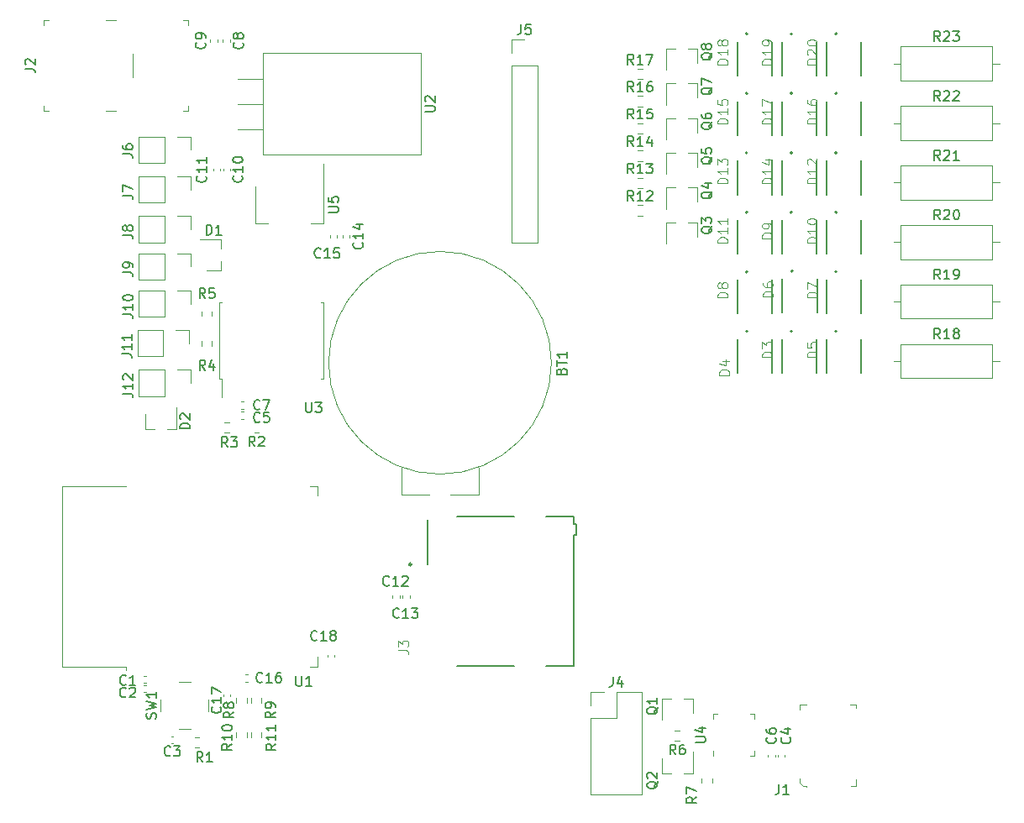
<source format=gbr>
%TF.GenerationSoftware,KiCad,Pcbnew,(5.1.8)-1*%
%TF.CreationDate,2020-12-09T14:15:50+00:00*%
%TF.ProjectId,Project,50726f6a-6563-4742-9e6b-696361645f70,rev?*%
%TF.SameCoordinates,Original*%
%TF.FileFunction,Legend,Top*%
%TF.FilePolarity,Positive*%
%FSLAX46Y46*%
G04 Gerber Fmt 4.6, Leading zero omitted, Abs format (unit mm)*
G04 Created by KiCad (PCBNEW (5.1.8)-1) date 2020-12-09 14:15:50*
%MOMM*%
%LPD*%
G01*
G04 APERTURE LIST*
%ADD10C,0.120000*%
%ADD11C,0.100000*%
%ADD12C,0.200000*%
%ADD13C,0.240000*%
%ADD14C,0.127000*%
%ADD15C,0.150000*%
%ADD16C,0.015000*%
G04 APERTURE END LIST*
D10*
%TO.C,R12*%
X149412742Y-49577500D02*
X149887258Y-49577500D01*
X149412742Y-50622500D02*
X149887258Y-50622500D01*
%TO.C,R15*%
X149412742Y-42372500D02*
X149887258Y-42372500D01*
X149412742Y-41327500D02*
X149887258Y-41327500D01*
%TO.C,R16*%
X149412742Y-38577500D02*
X149887258Y-38577500D01*
X149412742Y-39622500D02*
X149887258Y-39622500D01*
%TO.C,R14*%
X149412742Y-44077500D02*
X149887258Y-44077500D01*
X149412742Y-45122500D02*
X149887258Y-45122500D01*
%TO.C,R17*%
X149412742Y-36872500D02*
X149887258Y-36872500D01*
X149412742Y-35827500D02*
X149887258Y-35827500D01*
%TO.C,R13*%
X149412742Y-46827500D02*
X149887258Y-46827500D01*
X149412742Y-47872500D02*
X149887258Y-47872500D01*
%TO.C,J4*%
X144670000Y-98670000D02*
X146000000Y-98670000D01*
X144670000Y-100000000D02*
X144670000Y-98670000D01*
X147270000Y-98670000D02*
X149870000Y-98670000D01*
X147270000Y-101270000D02*
X147270000Y-98670000D01*
X144670000Y-101270000D02*
X147270000Y-101270000D01*
X149870000Y-98670000D02*
X149870000Y-108950000D01*
X144670000Y-101270000D02*
X144670000Y-108950000D01*
X144670000Y-108950000D02*
X149870000Y-108950000D01*
D11*
%TO.C,J1*%
X166400000Y-108100000D02*
X166400000Y-108250000D01*
X166100000Y-108100000D02*
X166400000Y-108100000D01*
X165750000Y-107800000D02*
X166100000Y-108100000D01*
X165750000Y-107350000D02*
X165750000Y-107800000D01*
X165750000Y-99900000D02*
X166450000Y-99900000D01*
X165750000Y-100400000D02*
X165750000Y-99900000D01*
X171450000Y-99900000D02*
X171450000Y-100300000D01*
X170850000Y-99900000D02*
X171450000Y-99900000D01*
X171450000Y-108100000D02*
X171450000Y-107450000D01*
X170900000Y-108100000D02*
X171450000Y-108100000D01*
D10*
%TO.C,U1*%
X97870000Y-96115000D02*
X97870000Y-96495000D01*
X91450000Y-96115000D02*
X97870000Y-96115000D01*
X91450000Y-77875000D02*
X97870000Y-77875000D01*
X91450000Y-96115000D02*
X91450000Y-77875000D01*
X117195000Y-77875000D02*
X117195000Y-78875000D01*
X116415000Y-77875000D02*
X117195000Y-77875000D01*
X117195000Y-96115000D02*
X117195000Y-95115000D01*
X116415000Y-96115000D02*
X117195000Y-96115000D01*
%TO.C,R5*%
X105477500Y-60262742D02*
X105477500Y-60737258D01*
X106522500Y-60262742D02*
X106522500Y-60737258D01*
%TO.C,R4*%
X106522500Y-63737258D02*
X106522500Y-63262742D01*
X105477500Y-63737258D02*
X105477500Y-63262742D01*
%TO.C,U3*%
X107470000Y-67110000D02*
X107470000Y-68925000D01*
X107215000Y-67110000D02*
X107470000Y-67110000D01*
X107215000Y-63250000D02*
X107215000Y-67110000D01*
X107215000Y-59390000D02*
X107470000Y-59390000D01*
X107215000Y-63250000D02*
X107215000Y-59390000D01*
X117735000Y-67110000D02*
X117480000Y-67110000D01*
X117735000Y-63250000D02*
X117735000Y-67110000D01*
X117735000Y-59390000D02*
X117480000Y-59390000D01*
X117735000Y-63250000D02*
X117735000Y-59390000D01*
D11*
%TO.C,BT1*%
X140726800Y-65467600D02*
G75*
G03*
X140726800Y-65467600I-11226800J0D01*
G01*
X133411600Y-76034000D02*
X133411600Y-78777200D01*
X125588400Y-76034000D02*
X125588400Y-78777200D01*
X133411600Y-78777200D02*
X130566800Y-78777200D01*
X125588400Y-78777200D02*
X128433200Y-78777200D01*
D12*
%TO.C,J3*%
X142980000Y-81000000D02*
X140200000Y-81000000D01*
X142980000Y-81700000D02*
X142980000Y-81000000D01*
X143230000Y-81700000D02*
X142980000Y-81700000D01*
X143230000Y-82800000D02*
X143230000Y-81700000D01*
X142980000Y-82800000D02*
X143230000Y-82800000D01*
D13*
X126620000Y-85800000D02*
G75*
G03*
X126620000Y-85800000I-120000J0D01*
G01*
D12*
X137000000Y-81000000D02*
X131200000Y-81000000D01*
X128230000Y-85800000D02*
X128230000Y-81300000D01*
X137000000Y-96050000D02*
X131200000Y-96050000D01*
X142980000Y-96050000D02*
X140200000Y-96050000D01*
X142980000Y-96050000D02*
X142980000Y-82800000D01*
D10*
%TO.C,C1*%
X99867836Y-97760000D02*
X99652164Y-97760000D01*
X99867836Y-97040000D02*
X99652164Y-97040000D01*
%TO.C,C2*%
X99857836Y-97974999D02*
X99642164Y-97974999D01*
X99857836Y-98694999D02*
X99642164Y-98694999D01*
%TO.C,C3*%
X102607836Y-103140000D02*
X102392164Y-103140000D01*
X102607836Y-103860000D02*
X102392164Y-103860000D01*
%TO.C,C4*%
X163549000Y-104968164D02*
X163549000Y-105183836D01*
X164269000Y-104968164D02*
X164269000Y-105183836D01*
%TO.C,C5*%
X109450164Y-70390000D02*
X109665836Y-70390000D01*
X109450164Y-71110000D02*
X109665836Y-71110000D01*
%TO.C,C6*%
X163269000Y-104968164D02*
X163269000Y-105183836D01*
X162549000Y-104968164D02*
X162549000Y-105183836D01*
%TO.C,C7*%
X109450164Y-70110000D02*
X109665836Y-70110000D01*
X109450164Y-69390000D02*
X109665836Y-69390000D01*
%TO.C,C8*%
X107590000Y-33127836D02*
X107590000Y-32912164D01*
X108310000Y-33127836D02*
X108310000Y-32912164D01*
%TO.C,C9*%
X106320000Y-33127836D02*
X106320000Y-32912164D01*
X107040000Y-33127836D02*
X107040000Y-32912164D01*
%TO.C,C10*%
X108360000Y-45872164D02*
X108360000Y-46087836D01*
X107640000Y-45872164D02*
X107640000Y-46087836D01*
%TO.C,C11*%
X106640000Y-45892164D02*
X106640000Y-46107836D01*
X107360000Y-45892164D02*
X107360000Y-46107836D01*
%TO.C,C12*%
X124692000Y-89149836D02*
X124692000Y-88934164D01*
X125412000Y-89149836D02*
X125412000Y-88934164D01*
%TO.C,C13*%
X126428000Y-89149836D02*
X126428000Y-88934164D01*
X125708000Y-89149836D02*
X125708000Y-88934164D01*
%TO.C,C14*%
X120375000Y-52812836D02*
X120375000Y-52597164D01*
X119655000Y-52812836D02*
X119655000Y-52597164D01*
%TO.C,C15*%
X118385000Y-52812836D02*
X118385000Y-52597164D01*
X119105000Y-52812836D02*
X119105000Y-52597164D01*
%TO.C,C16*%
X109892164Y-96890000D02*
X110107836Y-96890000D01*
X109892164Y-97610000D02*
X110107836Y-97610000D01*
%TO.C,C17*%
X107640000Y-98892164D02*
X107640000Y-99107836D01*
X108360000Y-98892164D02*
X108360000Y-99107836D01*
%TO.C,C18*%
X118140000Y-94892164D02*
X118140000Y-95107836D01*
X118860000Y-94892164D02*
X118860000Y-95107836D01*
%TO.C,D1*%
X107440000Y-56190000D02*
X105980000Y-56190000D01*
X107440000Y-53030000D02*
X105280000Y-53030000D01*
X107440000Y-53030000D02*
X107440000Y-53960000D01*
X107440000Y-56190000D02*
X107440000Y-55260000D01*
%TO.C,D2*%
X99766000Y-72134000D02*
X100696000Y-72134000D01*
X102926000Y-72134000D02*
X101996000Y-72134000D01*
X102926000Y-72134000D02*
X102926000Y-69974000D01*
X99766000Y-72134000D02*
X99766000Y-70674000D01*
D11*
%TO.C,J2*%
X104130000Y-30900000D02*
X104130000Y-31400000D01*
X104130000Y-30900000D02*
X103630000Y-30900000D01*
X104130000Y-40100000D02*
X104130000Y-39600000D01*
X104130000Y-40100000D02*
X103630000Y-40100000D01*
X98530000Y-36700000D02*
X98530000Y-34300000D01*
X89530000Y-40100000D02*
X90030000Y-40100000D01*
X89530000Y-40100000D02*
X89530000Y-39600000D01*
X89530000Y-30900000D02*
X89530000Y-31400000D01*
X89530000Y-30900000D02*
X90030000Y-30900000D01*
X96830000Y-40100000D02*
X95830000Y-40100000D01*
X96830000Y-30900000D02*
X95830000Y-30900000D01*
D10*
%TO.C,J6*%
X99130000Y-42670000D02*
X99130000Y-45330000D01*
X101730000Y-42670000D02*
X99130000Y-42670000D01*
X101730000Y-45330000D02*
X99130000Y-45330000D01*
X101730000Y-42670000D02*
X101730000Y-45330000D01*
X103000000Y-42670000D02*
X104330000Y-42670000D01*
X104330000Y-42670000D02*
X104330000Y-44000000D01*
%TO.C,J7*%
X104330000Y-46670000D02*
X104330000Y-48000000D01*
X103000000Y-46670000D02*
X104330000Y-46670000D01*
X101730000Y-46670000D02*
X101730000Y-49330000D01*
X101730000Y-49330000D02*
X99130000Y-49330000D01*
X101730000Y-46670000D02*
X99130000Y-46670000D01*
X99130000Y-46670000D02*
X99130000Y-49330000D01*
%TO.C,J8*%
X104330000Y-50670000D02*
X104330000Y-52000000D01*
X103000000Y-50670000D02*
X104330000Y-50670000D01*
X101730000Y-50670000D02*
X101730000Y-53330000D01*
X101730000Y-53330000D02*
X99130000Y-53330000D01*
X101730000Y-50670000D02*
X99130000Y-50670000D01*
X99130000Y-50670000D02*
X99130000Y-53330000D01*
%TO.C,J9*%
X99130000Y-54420000D02*
X99130000Y-57080000D01*
X101730000Y-54420000D02*
X99130000Y-54420000D01*
X101730000Y-57080000D02*
X99130000Y-57080000D01*
X101730000Y-54420000D02*
X101730000Y-57080000D01*
X103000000Y-54420000D02*
X104330000Y-54420000D01*
X104330000Y-54420000D02*
X104330000Y-55750000D01*
%TO.C,J10*%
X104330000Y-58170000D02*
X104330000Y-59500000D01*
X103000000Y-58170000D02*
X104330000Y-58170000D01*
X101730000Y-58170000D02*
X101730000Y-60830000D01*
X101730000Y-60830000D02*
X99130000Y-60830000D01*
X101730000Y-58170000D02*
X99130000Y-58170000D01*
X99130000Y-58170000D02*
X99130000Y-60830000D01*
%TO.C,J11*%
X99000000Y-62170000D02*
X99000000Y-64830000D01*
X101600000Y-62170000D02*
X99000000Y-62170000D01*
X101600000Y-64830000D02*
X99000000Y-64830000D01*
X101600000Y-62170000D02*
X101600000Y-64830000D01*
X102870000Y-62170000D02*
X104200000Y-62170000D01*
X104200000Y-62170000D02*
X104200000Y-63500000D01*
%TO.C,J12*%
X104330000Y-66170000D02*
X104330000Y-67500000D01*
X103000000Y-66170000D02*
X104330000Y-66170000D01*
X101730000Y-66170000D02*
X101730000Y-68830000D01*
X101730000Y-68830000D02*
X99130000Y-68830000D01*
X101730000Y-66170000D02*
X99130000Y-66170000D01*
X99130000Y-66170000D02*
X99130000Y-68830000D01*
%TO.C,Q1*%
X154989000Y-99316000D02*
X154989000Y-100776000D01*
X151829000Y-99316000D02*
X151829000Y-101476000D01*
X151829000Y-99316000D02*
X152759000Y-99316000D01*
X154989000Y-99316000D02*
X154059000Y-99316000D01*
%TO.C,Q2*%
X151829000Y-106836000D02*
X152759000Y-106836000D01*
X154989000Y-106836000D02*
X154059000Y-106836000D01*
X154989000Y-106836000D02*
X154989000Y-104676000D01*
X151829000Y-106836000D02*
X151829000Y-105376000D01*
%TO.C,Q3*%
X155430000Y-51290000D02*
X154500000Y-51290000D01*
X152270000Y-51290000D02*
X153200000Y-51290000D01*
X152270000Y-51290000D02*
X152270000Y-53450000D01*
X155430000Y-51290000D02*
X155430000Y-52750000D01*
%TO.C,Q4*%
X155430000Y-47790000D02*
X155430000Y-49250000D01*
X152270000Y-47790000D02*
X152270000Y-49950000D01*
X152270000Y-47790000D02*
X153200000Y-47790000D01*
X155430000Y-47790000D02*
X154500000Y-47790000D01*
%TO.C,Q5*%
X155430000Y-44290000D02*
X154500000Y-44290000D01*
X152270000Y-44290000D02*
X153200000Y-44290000D01*
X152270000Y-44290000D02*
X152270000Y-46450000D01*
X155430000Y-44290000D02*
X155430000Y-45750000D01*
%TO.C,Q6*%
X155430000Y-40790000D02*
X155430000Y-42250000D01*
X152270000Y-40790000D02*
X152270000Y-42950000D01*
X152270000Y-40790000D02*
X153200000Y-40790000D01*
X155430000Y-40790000D02*
X154500000Y-40790000D01*
%TO.C,Q7*%
X155430000Y-37290000D02*
X155430000Y-38750000D01*
X152270000Y-37290000D02*
X152270000Y-39450000D01*
X152270000Y-37290000D02*
X153200000Y-37290000D01*
X155430000Y-37290000D02*
X154500000Y-37290000D01*
%TO.C,Q8*%
X155430000Y-33790000D02*
X154500000Y-33790000D01*
X152270000Y-33790000D02*
X153200000Y-33790000D01*
X152270000Y-33790000D02*
X152270000Y-35950000D01*
X155430000Y-33790000D02*
X155430000Y-35250000D01*
%TO.C,R1*%
X104762742Y-103227500D02*
X105237258Y-103227500D01*
X104762742Y-104272500D02*
X105237258Y-104272500D01*
%TO.C,R2*%
X111237258Y-72522500D02*
X110762742Y-72522500D01*
X111237258Y-71477500D02*
X110762742Y-71477500D01*
%TO.C,R3*%
X107762742Y-71477500D02*
X108237258Y-71477500D01*
X107762742Y-72522500D02*
X108237258Y-72522500D01*
%TO.C,R6*%
X153646258Y-102553500D02*
X153171742Y-102553500D01*
X153646258Y-103598500D02*
X153171742Y-103598500D01*
%TO.C,R7*%
X155886500Y-107813258D02*
X155886500Y-107338742D01*
X156931500Y-107813258D02*
X156931500Y-107338742D01*
%TO.C,R8*%
X108977500Y-99262742D02*
X108977500Y-99737258D01*
X110022500Y-99262742D02*
X110022500Y-99737258D01*
%TO.C,R9*%
X110477500Y-99262742D02*
X110477500Y-99737258D01*
X111522500Y-99262742D02*
X111522500Y-99737258D01*
%TO.C,R10*%
X110022500Y-103237258D02*
X110022500Y-102762742D01*
X108977500Y-103237258D02*
X108977500Y-102762742D01*
%TO.C,R11*%
X110477500Y-103237258D02*
X110477500Y-102762742D01*
X111522500Y-103237258D02*
X111522500Y-102762742D01*
D11*
%TO.C,SW1*%
X103750000Y-102400000D02*
X103150000Y-102400000D01*
X103750000Y-102400000D02*
X104350000Y-102400000D01*
X106150000Y-100000000D02*
X106150000Y-99400000D01*
X106150000Y-100000000D02*
X106150000Y-100600000D01*
X103750000Y-97600000D02*
X103150000Y-97600000D01*
X103750000Y-97600000D02*
X104350000Y-97600000D01*
X101350000Y-100000000D02*
X101350000Y-99400000D01*
X101350000Y-100000000D02*
X101350000Y-100600000D01*
D10*
%TO.C,U4*%
X156989000Y-104611000D02*
X156989000Y-105086000D01*
X161209000Y-100866000D02*
X160734000Y-100866000D01*
X161209000Y-101341000D02*
X161209000Y-100866000D01*
X161209000Y-105086000D02*
X160734000Y-105086000D01*
X161209000Y-104611000D02*
X161209000Y-105086000D01*
X156989000Y-100866000D02*
X157464000Y-100866000D01*
X156989000Y-101341000D02*
X156989000Y-100866000D01*
%TO.C,U5*%
X117710000Y-45430000D02*
X117710000Y-51440000D01*
X110890000Y-47680000D02*
X110890000Y-51440000D01*
X117710000Y-51440000D02*
X116450000Y-51440000D01*
X110890000Y-51440000D02*
X112150000Y-51440000D01*
%TO.C,U2*%
X111640000Y-41910000D02*
X109100000Y-41910000D01*
X111640000Y-39370000D02*
X109100000Y-39370000D01*
X111640000Y-36830000D02*
X109100000Y-36830000D01*
X127530000Y-44490000D02*
X111640000Y-44490000D01*
X127530000Y-34250000D02*
X111640000Y-34250000D01*
X127530000Y-34250000D02*
X127530000Y-44490000D01*
X111640000Y-34250000D02*
X111640000Y-44490000D01*
D14*
%TO.C,D3*%
X167450000Y-63100000D02*
X167450000Y-66500000D01*
X163950000Y-66500000D02*
X163950000Y-63100000D01*
D12*
X165000000Y-62300000D02*
G75*
G03*
X165000000Y-62300000I-100000J0D01*
G01*
%TO.C,D4*%
X160500000Y-62300000D02*
G75*
G03*
X160500000Y-62300000I-100000J0D01*
G01*
D14*
X159450000Y-66500000D02*
X159450000Y-63100000D01*
X162950000Y-63100000D02*
X162950000Y-66500000D01*
%TO.C,D5*%
X171950000Y-63100000D02*
X171950000Y-66500000D01*
X168450000Y-66500000D02*
X168450000Y-63100000D01*
D12*
X169500000Y-62300000D02*
G75*
G03*
X169500000Y-62300000I-100000J0D01*
G01*
%TO.C,D6*%
X165065001Y-56210999D02*
G75*
G03*
X165065001Y-56210999I-100000J0D01*
G01*
D14*
X164015001Y-60410999D02*
X164015001Y-57010999D01*
X167515001Y-57010999D02*
X167515001Y-60410999D01*
%TO.C,D7*%
X171950000Y-57100000D02*
X171950000Y-60500000D01*
X168450000Y-60500000D02*
X168450000Y-57100000D01*
D12*
X169500000Y-56300000D02*
G75*
G03*
X169500000Y-56300000I-100000J0D01*
G01*
%TO.C,D8*%
X160500000Y-56300000D02*
G75*
G03*
X160500000Y-56300000I-100000J0D01*
G01*
D14*
X159450000Y-60500000D02*
X159450000Y-57100000D01*
X162950000Y-57100000D02*
X162950000Y-60500000D01*
%TO.C,D9*%
X167450000Y-51100000D02*
X167450000Y-54500000D01*
X163950000Y-54500000D02*
X163950000Y-51100000D01*
D12*
X165000000Y-50300000D02*
G75*
G03*
X165000000Y-50300000I-100000J0D01*
G01*
%TO.C,D10*%
X169500000Y-50300000D02*
G75*
G03*
X169500000Y-50300000I-100000J0D01*
G01*
D14*
X168450000Y-54500000D02*
X168450000Y-51100000D01*
X171950000Y-51100000D02*
X171950000Y-54500000D01*
%TO.C,D11*%
X162950000Y-51100000D02*
X162950000Y-54500000D01*
X159450000Y-54500000D02*
X159450000Y-51100000D01*
D12*
X160500000Y-50300000D02*
G75*
G03*
X160500000Y-50300000I-100000J0D01*
G01*
%TO.C,D12*%
X169500000Y-44300000D02*
G75*
G03*
X169500000Y-44300000I-100000J0D01*
G01*
D14*
X168450000Y-48500000D02*
X168450000Y-45100000D01*
X171950000Y-45100000D02*
X171950000Y-48500000D01*
D12*
%TO.C,D13*%
X160500000Y-44300000D02*
G75*
G03*
X160500000Y-44300000I-100000J0D01*
G01*
D14*
X159450000Y-48500000D02*
X159450000Y-45100000D01*
X162950000Y-45100000D02*
X162950000Y-48500000D01*
%TO.C,D14*%
X167450000Y-45100000D02*
X167450000Y-48500000D01*
X163950000Y-48500000D02*
X163950000Y-45100000D01*
D12*
X165000000Y-44300000D02*
G75*
G03*
X165000000Y-44300000I-100000J0D01*
G01*
%TO.C,D15*%
X160500000Y-38300000D02*
G75*
G03*
X160500000Y-38300000I-100000J0D01*
G01*
D14*
X159450000Y-42500000D02*
X159450000Y-39100000D01*
X162950000Y-39100000D02*
X162950000Y-42500000D01*
%TO.C,D16*%
X171950000Y-39100000D02*
X171950000Y-42500000D01*
X168450000Y-42500000D02*
X168450000Y-39100000D01*
D12*
X169500000Y-38300000D02*
G75*
G03*
X169500000Y-38300000I-100000J0D01*
G01*
%TO.C,D17*%
X165000000Y-38300000D02*
G75*
G03*
X165000000Y-38300000I-100000J0D01*
G01*
D14*
X163950000Y-42500000D02*
X163950000Y-39100000D01*
X167450000Y-39100000D02*
X167450000Y-42500000D01*
%TO.C,D18*%
X162950000Y-33100000D02*
X162950000Y-36500000D01*
X159450000Y-36500000D02*
X159450000Y-33100000D01*
D12*
X160500000Y-32300000D02*
G75*
G03*
X160500000Y-32300000I-100000J0D01*
G01*
%TO.C,D19*%
X165000000Y-32300000D02*
G75*
G03*
X165000000Y-32300000I-100000J0D01*
G01*
D14*
X163950000Y-36500000D02*
X163950000Y-33100000D01*
X167450000Y-33100000D02*
X167450000Y-36500000D01*
%TO.C,D20*%
X171950000Y-33100000D02*
X171950000Y-36500000D01*
X168450000Y-36500000D02*
X168450000Y-33100000D01*
D12*
X169500000Y-32300000D02*
G75*
G03*
X169500000Y-32300000I-100000J0D01*
G01*
D10*
%TO.C,R18*%
X185860000Y-65300000D02*
X185170000Y-65300000D01*
X175240000Y-65300000D02*
X175930000Y-65300000D01*
X185170000Y-63580000D02*
X175930000Y-63580000D01*
X185170000Y-67020000D02*
X185170000Y-63580000D01*
X175930000Y-67020000D02*
X185170000Y-67020000D01*
X175930000Y-63580000D02*
X175930000Y-67020000D01*
%TO.C,R19*%
X175930000Y-57580000D02*
X175930000Y-61020000D01*
X175930000Y-61020000D02*
X185170000Y-61020000D01*
X185170000Y-61020000D02*
X185170000Y-57580000D01*
X185170000Y-57580000D02*
X175930000Y-57580000D01*
X175240000Y-59300000D02*
X175930000Y-59300000D01*
X185860000Y-59300000D02*
X185170000Y-59300000D01*
%TO.C,R20*%
X175930000Y-51580000D02*
X175930000Y-55020000D01*
X175930000Y-55020000D02*
X185170000Y-55020000D01*
X185170000Y-55020000D02*
X185170000Y-51580000D01*
X185170000Y-51580000D02*
X175930000Y-51580000D01*
X175240000Y-53300000D02*
X175930000Y-53300000D01*
X185860000Y-53300000D02*
X185170000Y-53300000D01*
%TO.C,R21*%
X185860000Y-47300000D02*
X185170000Y-47300000D01*
X175240000Y-47300000D02*
X175930000Y-47300000D01*
X185170000Y-45580000D02*
X175930000Y-45580000D01*
X185170000Y-49020000D02*
X185170000Y-45580000D01*
X175930000Y-49020000D02*
X185170000Y-49020000D01*
X175930000Y-45580000D02*
X175930000Y-49020000D01*
%TO.C,R22*%
X175930000Y-39580000D02*
X175930000Y-43020000D01*
X175930000Y-43020000D02*
X185170000Y-43020000D01*
X185170000Y-43020000D02*
X185170000Y-39580000D01*
X185170000Y-39580000D02*
X175930000Y-39580000D01*
X175240000Y-41300000D02*
X175930000Y-41300000D01*
X185860000Y-41300000D02*
X185170000Y-41300000D01*
%TO.C,R23*%
X185860000Y-35300000D02*
X185170000Y-35300000D01*
X175240000Y-35300000D02*
X175930000Y-35300000D01*
X185170000Y-33580000D02*
X175930000Y-33580000D01*
X185170000Y-37020000D02*
X185170000Y-33580000D01*
X175930000Y-37020000D02*
X185170000Y-37020000D01*
X175930000Y-33580000D02*
X175930000Y-37020000D01*
%TO.C,J5*%
X136670000Y-32890000D02*
X138000000Y-32890000D01*
X136670000Y-34220000D02*
X136670000Y-32890000D01*
X136670000Y-35490000D02*
X139330000Y-35490000D01*
X139330000Y-35490000D02*
X139330000Y-53330000D01*
X136670000Y-35490000D02*
X136670000Y-53330000D01*
X136670000Y-53330000D02*
X139330000Y-53330000D01*
%TO.C,R12*%
D15*
X149007142Y-49122380D02*
X148673809Y-48646190D01*
X148435714Y-49122380D02*
X148435714Y-48122380D01*
X148816666Y-48122380D01*
X148911904Y-48170000D01*
X148959523Y-48217619D01*
X149007142Y-48312857D01*
X149007142Y-48455714D01*
X148959523Y-48550952D01*
X148911904Y-48598571D01*
X148816666Y-48646190D01*
X148435714Y-48646190D01*
X149959523Y-49122380D02*
X149388095Y-49122380D01*
X149673809Y-49122380D02*
X149673809Y-48122380D01*
X149578571Y-48265238D01*
X149483333Y-48360476D01*
X149388095Y-48408095D01*
X150340476Y-48217619D02*
X150388095Y-48170000D01*
X150483333Y-48122380D01*
X150721428Y-48122380D01*
X150816666Y-48170000D01*
X150864285Y-48217619D01*
X150911904Y-48312857D01*
X150911904Y-48408095D01*
X150864285Y-48550952D01*
X150292857Y-49122380D01*
X150911904Y-49122380D01*
%TO.C,R15*%
X149007142Y-40872380D02*
X148673809Y-40396190D01*
X148435714Y-40872380D02*
X148435714Y-39872380D01*
X148816666Y-39872380D01*
X148911904Y-39920000D01*
X148959523Y-39967619D01*
X149007142Y-40062857D01*
X149007142Y-40205714D01*
X148959523Y-40300952D01*
X148911904Y-40348571D01*
X148816666Y-40396190D01*
X148435714Y-40396190D01*
X149959523Y-40872380D02*
X149388095Y-40872380D01*
X149673809Y-40872380D02*
X149673809Y-39872380D01*
X149578571Y-40015238D01*
X149483333Y-40110476D01*
X149388095Y-40158095D01*
X150864285Y-39872380D02*
X150388095Y-39872380D01*
X150340476Y-40348571D01*
X150388095Y-40300952D01*
X150483333Y-40253333D01*
X150721428Y-40253333D01*
X150816666Y-40300952D01*
X150864285Y-40348571D01*
X150911904Y-40443809D01*
X150911904Y-40681904D01*
X150864285Y-40777142D01*
X150816666Y-40824761D01*
X150721428Y-40872380D01*
X150483333Y-40872380D01*
X150388095Y-40824761D01*
X150340476Y-40777142D01*
%TO.C,R16*%
X149007142Y-38122380D02*
X148673809Y-37646190D01*
X148435714Y-38122380D02*
X148435714Y-37122380D01*
X148816666Y-37122380D01*
X148911904Y-37170000D01*
X148959523Y-37217619D01*
X149007142Y-37312857D01*
X149007142Y-37455714D01*
X148959523Y-37550952D01*
X148911904Y-37598571D01*
X148816666Y-37646190D01*
X148435714Y-37646190D01*
X149959523Y-38122380D02*
X149388095Y-38122380D01*
X149673809Y-38122380D02*
X149673809Y-37122380D01*
X149578571Y-37265238D01*
X149483333Y-37360476D01*
X149388095Y-37408095D01*
X150816666Y-37122380D02*
X150626190Y-37122380D01*
X150530952Y-37170000D01*
X150483333Y-37217619D01*
X150388095Y-37360476D01*
X150340476Y-37550952D01*
X150340476Y-37931904D01*
X150388095Y-38027142D01*
X150435714Y-38074761D01*
X150530952Y-38122380D01*
X150721428Y-38122380D01*
X150816666Y-38074761D01*
X150864285Y-38027142D01*
X150911904Y-37931904D01*
X150911904Y-37693809D01*
X150864285Y-37598571D01*
X150816666Y-37550952D01*
X150721428Y-37503333D01*
X150530952Y-37503333D01*
X150435714Y-37550952D01*
X150388095Y-37598571D01*
X150340476Y-37693809D01*
%TO.C,R14*%
X149007142Y-43622380D02*
X148673809Y-43146190D01*
X148435714Y-43622380D02*
X148435714Y-42622380D01*
X148816666Y-42622380D01*
X148911904Y-42670000D01*
X148959523Y-42717619D01*
X149007142Y-42812857D01*
X149007142Y-42955714D01*
X148959523Y-43050952D01*
X148911904Y-43098571D01*
X148816666Y-43146190D01*
X148435714Y-43146190D01*
X149959523Y-43622380D02*
X149388095Y-43622380D01*
X149673809Y-43622380D02*
X149673809Y-42622380D01*
X149578571Y-42765238D01*
X149483333Y-42860476D01*
X149388095Y-42908095D01*
X150816666Y-42955714D02*
X150816666Y-43622380D01*
X150578571Y-42574761D02*
X150340476Y-43289047D01*
X150959523Y-43289047D01*
%TO.C,R17*%
X149007142Y-35372380D02*
X148673809Y-34896190D01*
X148435714Y-35372380D02*
X148435714Y-34372380D01*
X148816666Y-34372380D01*
X148911904Y-34420000D01*
X148959523Y-34467619D01*
X149007142Y-34562857D01*
X149007142Y-34705714D01*
X148959523Y-34800952D01*
X148911904Y-34848571D01*
X148816666Y-34896190D01*
X148435714Y-34896190D01*
X149959523Y-35372380D02*
X149388095Y-35372380D01*
X149673809Y-35372380D02*
X149673809Y-34372380D01*
X149578571Y-34515238D01*
X149483333Y-34610476D01*
X149388095Y-34658095D01*
X150292857Y-34372380D02*
X150959523Y-34372380D01*
X150530952Y-35372380D01*
%TO.C,R13*%
X149007142Y-46372380D02*
X148673809Y-45896190D01*
X148435714Y-46372380D02*
X148435714Y-45372380D01*
X148816666Y-45372380D01*
X148911904Y-45420000D01*
X148959523Y-45467619D01*
X149007142Y-45562857D01*
X149007142Y-45705714D01*
X148959523Y-45800952D01*
X148911904Y-45848571D01*
X148816666Y-45896190D01*
X148435714Y-45896190D01*
X149959523Y-46372380D02*
X149388095Y-46372380D01*
X149673809Y-46372380D02*
X149673809Y-45372380D01*
X149578571Y-45515238D01*
X149483333Y-45610476D01*
X149388095Y-45658095D01*
X150292857Y-45372380D02*
X150911904Y-45372380D01*
X150578571Y-45753333D01*
X150721428Y-45753333D01*
X150816666Y-45800952D01*
X150864285Y-45848571D01*
X150911904Y-45943809D01*
X150911904Y-46181904D01*
X150864285Y-46277142D01*
X150816666Y-46324761D01*
X150721428Y-46372380D01*
X150435714Y-46372380D01*
X150340476Y-46324761D01*
X150292857Y-46277142D01*
%TO.C,J4*%
X146936666Y-97122380D02*
X146936666Y-97836666D01*
X146889047Y-97979523D01*
X146793809Y-98074761D01*
X146650952Y-98122380D01*
X146555714Y-98122380D01*
X147841428Y-97455714D02*
X147841428Y-98122380D01*
X147603333Y-97074761D02*
X147365238Y-97789047D01*
X147984285Y-97789047D01*
%TO.C,J1*%
X163666666Y-107952380D02*
X163666666Y-108666666D01*
X163619047Y-108809523D01*
X163523809Y-108904761D01*
X163380952Y-108952380D01*
X163285714Y-108952380D01*
X164666666Y-108952380D02*
X164095238Y-108952380D01*
X164380952Y-108952380D02*
X164380952Y-107952380D01*
X164285714Y-108095238D01*
X164190476Y-108190476D01*
X164095238Y-108238095D01*
%TO.C,U1*%
X114983095Y-97057380D02*
X114983095Y-97866904D01*
X115030714Y-97962142D01*
X115078333Y-98009761D01*
X115173571Y-98057380D01*
X115364047Y-98057380D01*
X115459285Y-98009761D01*
X115506904Y-97962142D01*
X115554523Y-97866904D01*
X115554523Y-97057380D01*
X116554523Y-98057380D02*
X115983095Y-98057380D01*
X116268809Y-98057380D02*
X116268809Y-97057380D01*
X116173571Y-97200238D01*
X116078333Y-97295476D01*
X115983095Y-97343095D01*
%TO.C,R5*%
X105833333Y-58952380D02*
X105500000Y-58476190D01*
X105261904Y-58952380D02*
X105261904Y-57952380D01*
X105642857Y-57952380D01*
X105738095Y-58000000D01*
X105785714Y-58047619D01*
X105833333Y-58142857D01*
X105833333Y-58285714D01*
X105785714Y-58380952D01*
X105738095Y-58428571D01*
X105642857Y-58476190D01*
X105261904Y-58476190D01*
X106738095Y-57952380D02*
X106261904Y-57952380D01*
X106214285Y-58428571D01*
X106261904Y-58380952D01*
X106357142Y-58333333D01*
X106595238Y-58333333D01*
X106690476Y-58380952D01*
X106738095Y-58428571D01*
X106785714Y-58523809D01*
X106785714Y-58761904D01*
X106738095Y-58857142D01*
X106690476Y-58904761D01*
X106595238Y-58952380D01*
X106357142Y-58952380D01*
X106261904Y-58904761D01*
X106214285Y-58857142D01*
%TO.C,R4*%
X105833333Y-66202380D02*
X105500000Y-65726190D01*
X105261904Y-66202380D02*
X105261904Y-65202380D01*
X105642857Y-65202380D01*
X105738095Y-65250000D01*
X105785714Y-65297619D01*
X105833333Y-65392857D01*
X105833333Y-65535714D01*
X105785714Y-65630952D01*
X105738095Y-65678571D01*
X105642857Y-65726190D01*
X105261904Y-65726190D01*
X106690476Y-65535714D02*
X106690476Y-66202380D01*
X106452380Y-65154761D02*
X106214285Y-65869047D01*
X106833333Y-65869047D01*
%TO.C,U3*%
X115988095Y-69452380D02*
X115988095Y-70261904D01*
X116035714Y-70357142D01*
X116083333Y-70404761D01*
X116178571Y-70452380D01*
X116369047Y-70452380D01*
X116464285Y-70404761D01*
X116511904Y-70357142D01*
X116559523Y-70261904D01*
X116559523Y-69452380D01*
X116940476Y-69452380D02*
X117559523Y-69452380D01*
X117226190Y-69833333D01*
X117369047Y-69833333D01*
X117464285Y-69880952D01*
X117511904Y-69928571D01*
X117559523Y-70023809D01*
X117559523Y-70261904D01*
X117511904Y-70357142D01*
X117464285Y-70404761D01*
X117369047Y-70452380D01*
X117083333Y-70452380D01*
X116988095Y-70404761D01*
X116940476Y-70357142D01*
%TO.C,BT1*%
X141734871Y-66314274D02*
X141782490Y-66171417D01*
X141830109Y-66123798D01*
X141925347Y-66076179D01*
X142068204Y-66076179D01*
X142163442Y-66123798D01*
X142211061Y-66171417D01*
X142258680Y-66266655D01*
X142258680Y-66647607D01*
X141258680Y-66647607D01*
X141258680Y-66314274D01*
X141306300Y-66219036D01*
X141353919Y-66171417D01*
X141449157Y-66123798D01*
X141544395Y-66123798D01*
X141639633Y-66171417D01*
X141687252Y-66219036D01*
X141734871Y-66314274D01*
X141734871Y-66647607D01*
X141258680Y-65790464D02*
X141258680Y-65219036D01*
X142258680Y-65504750D02*
X141258680Y-65504750D01*
X142258680Y-64361893D02*
X142258680Y-64933321D01*
X142258680Y-64647607D02*
X141258680Y-64647607D01*
X141401538Y-64742845D01*
X141496776Y-64838083D01*
X141544395Y-64933321D01*
%TO.C,J3*%
D16*
X125317380Y-94458333D02*
X126031666Y-94458333D01*
X126174523Y-94505952D01*
X126269761Y-94601190D01*
X126317380Y-94744047D01*
X126317380Y-94839285D01*
X125317380Y-94077380D02*
X125317380Y-93458333D01*
X125698333Y-93791666D01*
X125698333Y-93648809D01*
X125745952Y-93553571D01*
X125793571Y-93505952D01*
X125888809Y-93458333D01*
X126126904Y-93458333D01*
X126222142Y-93505952D01*
X126269761Y-93553571D01*
X126317380Y-93648809D01*
X126317380Y-93934523D01*
X126269761Y-94029761D01*
X126222142Y-94077380D01*
%TO.C,C1*%
D15*
X97833333Y-97857142D02*
X97785714Y-97904761D01*
X97642857Y-97952380D01*
X97547619Y-97952380D01*
X97404761Y-97904761D01*
X97309523Y-97809523D01*
X97261904Y-97714285D01*
X97214285Y-97523809D01*
X97214285Y-97380952D01*
X97261904Y-97190476D01*
X97309523Y-97095238D01*
X97404761Y-97000000D01*
X97547619Y-96952380D01*
X97642857Y-96952380D01*
X97785714Y-97000000D01*
X97833333Y-97047619D01*
X98785714Y-97952380D02*
X98214285Y-97952380D01*
X98500000Y-97952380D02*
X98500000Y-96952380D01*
X98404761Y-97095238D01*
X98309523Y-97190476D01*
X98214285Y-97238095D01*
%TO.C,C2*%
X97833333Y-99107142D02*
X97785714Y-99154761D01*
X97642857Y-99202380D01*
X97547619Y-99202380D01*
X97404761Y-99154761D01*
X97309523Y-99059523D01*
X97261904Y-98964285D01*
X97214285Y-98773809D01*
X97214285Y-98630952D01*
X97261904Y-98440476D01*
X97309523Y-98345238D01*
X97404761Y-98250000D01*
X97547619Y-98202380D01*
X97642857Y-98202380D01*
X97785714Y-98250000D01*
X97833333Y-98297619D01*
X98214285Y-98297619D02*
X98261904Y-98250000D01*
X98357142Y-98202380D01*
X98595238Y-98202380D01*
X98690476Y-98250000D01*
X98738095Y-98297619D01*
X98785714Y-98392857D01*
X98785714Y-98488095D01*
X98738095Y-98630952D01*
X98166666Y-99202380D01*
X98785714Y-99202380D01*
%TO.C,C3*%
X102333333Y-105017142D02*
X102285714Y-105064761D01*
X102142857Y-105112380D01*
X102047619Y-105112380D01*
X101904761Y-105064761D01*
X101809523Y-104969523D01*
X101761904Y-104874285D01*
X101714285Y-104683809D01*
X101714285Y-104540952D01*
X101761904Y-104350476D01*
X101809523Y-104255238D01*
X101904761Y-104160000D01*
X102047619Y-104112380D01*
X102142857Y-104112380D01*
X102285714Y-104160000D01*
X102333333Y-104207619D01*
X102666666Y-104112380D02*
X103285714Y-104112380D01*
X102952380Y-104493333D01*
X103095238Y-104493333D01*
X103190476Y-104540952D01*
X103238095Y-104588571D01*
X103285714Y-104683809D01*
X103285714Y-104921904D01*
X103238095Y-105017142D01*
X103190476Y-105064761D01*
X103095238Y-105112380D01*
X102809523Y-105112380D01*
X102714285Y-105064761D01*
X102666666Y-105017142D01*
%TO.C,C4*%
X164766142Y-103242666D02*
X164813761Y-103290285D01*
X164861380Y-103433142D01*
X164861380Y-103528380D01*
X164813761Y-103671238D01*
X164718523Y-103766476D01*
X164623285Y-103814095D01*
X164432809Y-103861714D01*
X164289952Y-103861714D01*
X164099476Y-103814095D01*
X164004238Y-103766476D01*
X163909000Y-103671238D01*
X163861380Y-103528380D01*
X163861380Y-103433142D01*
X163909000Y-103290285D01*
X163956619Y-103242666D01*
X164194714Y-102385523D02*
X164861380Y-102385523D01*
X163813761Y-102623619D02*
X164528047Y-102861714D01*
X164528047Y-102242666D01*
%TO.C,C5*%
X111333333Y-71357142D02*
X111285714Y-71404761D01*
X111142857Y-71452380D01*
X111047619Y-71452380D01*
X110904761Y-71404761D01*
X110809523Y-71309523D01*
X110761904Y-71214285D01*
X110714285Y-71023809D01*
X110714285Y-70880952D01*
X110761904Y-70690476D01*
X110809523Y-70595238D01*
X110904761Y-70500000D01*
X111047619Y-70452380D01*
X111142857Y-70452380D01*
X111285714Y-70500000D01*
X111333333Y-70547619D01*
X112238095Y-70452380D02*
X111761904Y-70452380D01*
X111714285Y-70928571D01*
X111761904Y-70880952D01*
X111857142Y-70833333D01*
X112095238Y-70833333D01*
X112190476Y-70880952D01*
X112238095Y-70928571D01*
X112285714Y-71023809D01*
X112285714Y-71261904D01*
X112238095Y-71357142D01*
X112190476Y-71404761D01*
X112095238Y-71452380D01*
X111857142Y-71452380D01*
X111761904Y-71404761D01*
X111714285Y-71357142D01*
%TO.C,C6*%
X163266142Y-103242666D02*
X163313761Y-103290285D01*
X163361380Y-103433142D01*
X163361380Y-103528380D01*
X163313761Y-103671238D01*
X163218523Y-103766476D01*
X163123285Y-103814095D01*
X162932809Y-103861714D01*
X162789952Y-103861714D01*
X162599476Y-103814095D01*
X162504238Y-103766476D01*
X162409000Y-103671238D01*
X162361380Y-103528380D01*
X162361380Y-103433142D01*
X162409000Y-103290285D01*
X162456619Y-103242666D01*
X162361380Y-102385523D02*
X162361380Y-102576000D01*
X162409000Y-102671238D01*
X162456619Y-102718857D01*
X162599476Y-102814095D01*
X162789952Y-102861714D01*
X163170904Y-102861714D01*
X163266142Y-102814095D01*
X163313761Y-102766476D01*
X163361380Y-102671238D01*
X163361380Y-102480761D01*
X163313761Y-102385523D01*
X163266142Y-102337904D01*
X163170904Y-102290285D01*
X162932809Y-102290285D01*
X162837571Y-102337904D01*
X162789952Y-102385523D01*
X162742333Y-102480761D01*
X162742333Y-102671238D01*
X162789952Y-102766476D01*
X162837571Y-102814095D01*
X162932809Y-102861714D01*
%TO.C,C7*%
X111333333Y-70107142D02*
X111285714Y-70154761D01*
X111142857Y-70202380D01*
X111047619Y-70202380D01*
X110904761Y-70154761D01*
X110809523Y-70059523D01*
X110761904Y-69964285D01*
X110714285Y-69773809D01*
X110714285Y-69630952D01*
X110761904Y-69440476D01*
X110809523Y-69345238D01*
X110904761Y-69250000D01*
X111047619Y-69202380D01*
X111142857Y-69202380D01*
X111285714Y-69250000D01*
X111333333Y-69297619D01*
X111666666Y-69202380D02*
X112333333Y-69202380D01*
X111904761Y-70202380D01*
%TO.C,C8*%
X109577142Y-33186666D02*
X109624761Y-33234285D01*
X109672380Y-33377142D01*
X109672380Y-33472380D01*
X109624761Y-33615238D01*
X109529523Y-33710476D01*
X109434285Y-33758095D01*
X109243809Y-33805714D01*
X109100952Y-33805714D01*
X108910476Y-33758095D01*
X108815238Y-33710476D01*
X108720000Y-33615238D01*
X108672380Y-33472380D01*
X108672380Y-33377142D01*
X108720000Y-33234285D01*
X108767619Y-33186666D01*
X109100952Y-32615238D02*
X109053333Y-32710476D01*
X109005714Y-32758095D01*
X108910476Y-32805714D01*
X108862857Y-32805714D01*
X108767619Y-32758095D01*
X108720000Y-32710476D01*
X108672380Y-32615238D01*
X108672380Y-32424761D01*
X108720000Y-32329523D01*
X108767619Y-32281904D01*
X108862857Y-32234285D01*
X108910476Y-32234285D01*
X109005714Y-32281904D01*
X109053333Y-32329523D01*
X109100952Y-32424761D01*
X109100952Y-32615238D01*
X109148571Y-32710476D01*
X109196190Y-32758095D01*
X109291428Y-32805714D01*
X109481904Y-32805714D01*
X109577142Y-32758095D01*
X109624761Y-32710476D01*
X109672380Y-32615238D01*
X109672380Y-32424761D01*
X109624761Y-32329523D01*
X109577142Y-32281904D01*
X109481904Y-32234285D01*
X109291428Y-32234285D01*
X109196190Y-32281904D01*
X109148571Y-32329523D01*
X109100952Y-32424761D01*
%TO.C,C9*%
X105767142Y-33186666D02*
X105814761Y-33234285D01*
X105862380Y-33377142D01*
X105862380Y-33472380D01*
X105814761Y-33615238D01*
X105719523Y-33710476D01*
X105624285Y-33758095D01*
X105433809Y-33805714D01*
X105290952Y-33805714D01*
X105100476Y-33758095D01*
X105005238Y-33710476D01*
X104910000Y-33615238D01*
X104862380Y-33472380D01*
X104862380Y-33377142D01*
X104910000Y-33234285D01*
X104957619Y-33186666D01*
X105862380Y-32710476D02*
X105862380Y-32520000D01*
X105814761Y-32424761D01*
X105767142Y-32377142D01*
X105624285Y-32281904D01*
X105433809Y-32234285D01*
X105052857Y-32234285D01*
X104957619Y-32281904D01*
X104910000Y-32329523D01*
X104862380Y-32424761D01*
X104862380Y-32615238D01*
X104910000Y-32710476D01*
X104957619Y-32758095D01*
X105052857Y-32805714D01*
X105290952Y-32805714D01*
X105386190Y-32758095D01*
X105433809Y-32710476D01*
X105481428Y-32615238D01*
X105481428Y-32424761D01*
X105433809Y-32329523D01*
X105386190Y-32281904D01*
X105290952Y-32234285D01*
%TO.C,C10*%
X109517142Y-46622857D02*
X109564761Y-46670476D01*
X109612380Y-46813333D01*
X109612380Y-46908571D01*
X109564761Y-47051428D01*
X109469523Y-47146666D01*
X109374285Y-47194285D01*
X109183809Y-47241904D01*
X109040952Y-47241904D01*
X108850476Y-47194285D01*
X108755238Y-47146666D01*
X108660000Y-47051428D01*
X108612380Y-46908571D01*
X108612380Y-46813333D01*
X108660000Y-46670476D01*
X108707619Y-46622857D01*
X109612380Y-45670476D02*
X109612380Y-46241904D01*
X109612380Y-45956190D02*
X108612380Y-45956190D01*
X108755238Y-46051428D01*
X108850476Y-46146666D01*
X108898095Y-46241904D01*
X108612380Y-45051428D02*
X108612380Y-44956190D01*
X108660000Y-44860952D01*
X108707619Y-44813333D01*
X108802857Y-44765714D01*
X108993333Y-44718095D01*
X109231428Y-44718095D01*
X109421904Y-44765714D01*
X109517142Y-44813333D01*
X109564761Y-44860952D01*
X109612380Y-44956190D01*
X109612380Y-45051428D01*
X109564761Y-45146666D01*
X109517142Y-45194285D01*
X109421904Y-45241904D01*
X109231428Y-45289523D01*
X108993333Y-45289523D01*
X108802857Y-45241904D01*
X108707619Y-45194285D01*
X108660000Y-45146666D01*
X108612380Y-45051428D01*
%TO.C,C11*%
X105857142Y-46642857D02*
X105904761Y-46690476D01*
X105952380Y-46833333D01*
X105952380Y-46928571D01*
X105904761Y-47071428D01*
X105809523Y-47166666D01*
X105714285Y-47214285D01*
X105523809Y-47261904D01*
X105380952Y-47261904D01*
X105190476Y-47214285D01*
X105095238Y-47166666D01*
X105000000Y-47071428D01*
X104952380Y-46928571D01*
X104952380Y-46833333D01*
X105000000Y-46690476D01*
X105047619Y-46642857D01*
X105952380Y-45690476D02*
X105952380Y-46261904D01*
X105952380Y-45976190D02*
X104952380Y-45976190D01*
X105095238Y-46071428D01*
X105190476Y-46166666D01*
X105238095Y-46261904D01*
X105952380Y-44738095D02*
X105952380Y-45309523D01*
X105952380Y-45023809D02*
X104952380Y-45023809D01*
X105095238Y-45119047D01*
X105190476Y-45214285D01*
X105238095Y-45309523D01*
%TO.C,C12*%
X124357142Y-87857142D02*
X124309523Y-87904761D01*
X124166666Y-87952380D01*
X124071428Y-87952380D01*
X123928571Y-87904761D01*
X123833333Y-87809523D01*
X123785714Y-87714285D01*
X123738095Y-87523809D01*
X123738095Y-87380952D01*
X123785714Y-87190476D01*
X123833333Y-87095238D01*
X123928571Y-87000000D01*
X124071428Y-86952380D01*
X124166666Y-86952380D01*
X124309523Y-87000000D01*
X124357142Y-87047619D01*
X125309523Y-87952380D02*
X124738095Y-87952380D01*
X125023809Y-87952380D02*
X125023809Y-86952380D01*
X124928571Y-87095238D01*
X124833333Y-87190476D01*
X124738095Y-87238095D01*
X125690476Y-87047619D02*
X125738095Y-87000000D01*
X125833333Y-86952380D01*
X126071428Y-86952380D01*
X126166666Y-87000000D01*
X126214285Y-87047619D01*
X126261904Y-87142857D01*
X126261904Y-87238095D01*
X126214285Y-87380952D01*
X125642857Y-87952380D01*
X126261904Y-87952380D01*
%TO.C,C13*%
X125357142Y-91107142D02*
X125309523Y-91154761D01*
X125166666Y-91202380D01*
X125071428Y-91202380D01*
X124928571Y-91154761D01*
X124833333Y-91059523D01*
X124785714Y-90964285D01*
X124738095Y-90773809D01*
X124738095Y-90630952D01*
X124785714Y-90440476D01*
X124833333Y-90345238D01*
X124928571Y-90250000D01*
X125071428Y-90202380D01*
X125166666Y-90202380D01*
X125309523Y-90250000D01*
X125357142Y-90297619D01*
X126309523Y-91202380D02*
X125738095Y-91202380D01*
X126023809Y-91202380D02*
X126023809Y-90202380D01*
X125928571Y-90345238D01*
X125833333Y-90440476D01*
X125738095Y-90488095D01*
X126642857Y-90202380D02*
X127261904Y-90202380D01*
X126928571Y-90583333D01*
X127071428Y-90583333D01*
X127166666Y-90630952D01*
X127214285Y-90678571D01*
X127261904Y-90773809D01*
X127261904Y-91011904D01*
X127214285Y-91107142D01*
X127166666Y-91154761D01*
X127071428Y-91202380D01*
X126785714Y-91202380D01*
X126690476Y-91154761D01*
X126642857Y-91107142D01*
%TO.C,C14*%
X121642142Y-53347857D02*
X121689761Y-53395476D01*
X121737380Y-53538333D01*
X121737380Y-53633571D01*
X121689761Y-53776428D01*
X121594523Y-53871666D01*
X121499285Y-53919285D01*
X121308809Y-53966904D01*
X121165952Y-53966904D01*
X120975476Y-53919285D01*
X120880238Y-53871666D01*
X120785000Y-53776428D01*
X120737380Y-53633571D01*
X120737380Y-53538333D01*
X120785000Y-53395476D01*
X120832619Y-53347857D01*
X121737380Y-52395476D02*
X121737380Y-52966904D01*
X121737380Y-52681190D02*
X120737380Y-52681190D01*
X120880238Y-52776428D01*
X120975476Y-52871666D01*
X121023095Y-52966904D01*
X121070714Y-51538333D02*
X121737380Y-51538333D01*
X120689761Y-51776428D02*
X121404047Y-52014523D01*
X121404047Y-51395476D01*
%TO.C,C15*%
X117467142Y-54812142D02*
X117419523Y-54859761D01*
X117276666Y-54907380D01*
X117181428Y-54907380D01*
X117038571Y-54859761D01*
X116943333Y-54764523D01*
X116895714Y-54669285D01*
X116848095Y-54478809D01*
X116848095Y-54335952D01*
X116895714Y-54145476D01*
X116943333Y-54050238D01*
X117038571Y-53955000D01*
X117181428Y-53907380D01*
X117276666Y-53907380D01*
X117419523Y-53955000D01*
X117467142Y-54002619D01*
X118419523Y-54907380D02*
X117848095Y-54907380D01*
X118133809Y-54907380D02*
X118133809Y-53907380D01*
X118038571Y-54050238D01*
X117943333Y-54145476D01*
X117848095Y-54193095D01*
X119324285Y-53907380D02*
X118848095Y-53907380D01*
X118800476Y-54383571D01*
X118848095Y-54335952D01*
X118943333Y-54288333D01*
X119181428Y-54288333D01*
X119276666Y-54335952D01*
X119324285Y-54383571D01*
X119371904Y-54478809D01*
X119371904Y-54716904D01*
X119324285Y-54812142D01*
X119276666Y-54859761D01*
X119181428Y-54907380D01*
X118943333Y-54907380D01*
X118848095Y-54859761D01*
X118800476Y-54812142D01*
%TO.C,C16*%
X111607142Y-97607142D02*
X111559523Y-97654761D01*
X111416666Y-97702380D01*
X111321428Y-97702380D01*
X111178571Y-97654761D01*
X111083333Y-97559523D01*
X111035714Y-97464285D01*
X110988095Y-97273809D01*
X110988095Y-97130952D01*
X111035714Y-96940476D01*
X111083333Y-96845238D01*
X111178571Y-96750000D01*
X111321428Y-96702380D01*
X111416666Y-96702380D01*
X111559523Y-96750000D01*
X111607142Y-96797619D01*
X112559523Y-97702380D02*
X111988095Y-97702380D01*
X112273809Y-97702380D02*
X112273809Y-96702380D01*
X112178571Y-96845238D01*
X112083333Y-96940476D01*
X111988095Y-96988095D01*
X113416666Y-96702380D02*
X113226190Y-96702380D01*
X113130952Y-96750000D01*
X113083333Y-96797619D01*
X112988095Y-96940476D01*
X112940476Y-97130952D01*
X112940476Y-97511904D01*
X112988095Y-97607142D01*
X113035714Y-97654761D01*
X113130952Y-97702380D01*
X113321428Y-97702380D01*
X113416666Y-97654761D01*
X113464285Y-97607142D01*
X113511904Y-97511904D01*
X113511904Y-97273809D01*
X113464285Y-97178571D01*
X113416666Y-97130952D01*
X113321428Y-97083333D01*
X113130952Y-97083333D01*
X113035714Y-97130952D01*
X112988095Y-97178571D01*
X112940476Y-97273809D01*
%TO.C,C17*%
X107357142Y-100142857D02*
X107404761Y-100190476D01*
X107452380Y-100333333D01*
X107452380Y-100428571D01*
X107404761Y-100571428D01*
X107309523Y-100666666D01*
X107214285Y-100714285D01*
X107023809Y-100761904D01*
X106880952Y-100761904D01*
X106690476Y-100714285D01*
X106595238Y-100666666D01*
X106500000Y-100571428D01*
X106452380Y-100428571D01*
X106452380Y-100333333D01*
X106500000Y-100190476D01*
X106547619Y-100142857D01*
X107452380Y-99190476D02*
X107452380Y-99761904D01*
X107452380Y-99476190D02*
X106452380Y-99476190D01*
X106595238Y-99571428D01*
X106690476Y-99666666D01*
X106738095Y-99761904D01*
X106452380Y-98857142D02*
X106452380Y-98190476D01*
X107452380Y-98619047D01*
%TO.C,C18*%
X117107142Y-93377142D02*
X117059523Y-93424761D01*
X116916666Y-93472380D01*
X116821428Y-93472380D01*
X116678571Y-93424761D01*
X116583333Y-93329523D01*
X116535714Y-93234285D01*
X116488095Y-93043809D01*
X116488095Y-92900952D01*
X116535714Y-92710476D01*
X116583333Y-92615238D01*
X116678571Y-92520000D01*
X116821428Y-92472380D01*
X116916666Y-92472380D01*
X117059523Y-92520000D01*
X117107142Y-92567619D01*
X118059523Y-93472380D02*
X117488095Y-93472380D01*
X117773809Y-93472380D02*
X117773809Y-92472380D01*
X117678571Y-92615238D01*
X117583333Y-92710476D01*
X117488095Y-92758095D01*
X118630952Y-92900952D02*
X118535714Y-92853333D01*
X118488095Y-92805714D01*
X118440476Y-92710476D01*
X118440476Y-92662857D01*
X118488095Y-92567619D01*
X118535714Y-92520000D01*
X118630952Y-92472380D01*
X118821428Y-92472380D01*
X118916666Y-92520000D01*
X118964285Y-92567619D01*
X119011904Y-92662857D01*
X119011904Y-92710476D01*
X118964285Y-92805714D01*
X118916666Y-92853333D01*
X118821428Y-92900952D01*
X118630952Y-92900952D01*
X118535714Y-92948571D01*
X118488095Y-92996190D01*
X118440476Y-93091428D01*
X118440476Y-93281904D01*
X118488095Y-93377142D01*
X118535714Y-93424761D01*
X118630952Y-93472380D01*
X118821428Y-93472380D01*
X118916666Y-93424761D01*
X118964285Y-93377142D01*
X119011904Y-93281904D01*
X119011904Y-93091428D01*
X118964285Y-92996190D01*
X118916666Y-92948571D01*
X118821428Y-92900952D01*
%TO.C,D1*%
X105941904Y-52562380D02*
X105941904Y-51562380D01*
X106180000Y-51562380D01*
X106322857Y-51610000D01*
X106418095Y-51705238D01*
X106465714Y-51800476D01*
X106513333Y-51990952D01*
X106513333Y-52133809D01*
X106465714Y-52324285D01*
X106418095Y-52419523D01*
X106322857Y-52514761D01*
X106180000Y-52562380D01*
X105941904Y-52562380D01*
X107465714Y-52562380D02*
X106894285Y-52562380D01*
X107180000Y-52562380D02*
X107180000Y-51562380D01*
X107084761Y-51705238D01*
X106989523Y-51800476D01*
X106894285Y-51848095D01*
%TO.C,D2*%
X104298380Y-72112095D02*
X103298380Y-72112095D01*
X103298380Y-71874000D01*
X103346000Y-71731142D01*
X103441238Y-71635904D01*
X103536476Y-71588285D01*
X103726952Y-71540666D01*
X103869809Y-71540666D01*
X104060285Y-71588285D01*
X104155523Y-71635904D01*
X104250761Y-71731142D01*
X104298380Y-71874000D01*
X104298380Y-72112095D01*
X103393619Y-71159714D02*
X103346000Y-71112095D01*
X103298380Y-71016857D01*
X103298380Y-70778761D01*
X103346000Y-70683523D01*
X103393619Y-70635904D01*
X103488857Y-70588285D01*
X103584095Y-70588285D01*
X103726952Y-70635904D01*
X104298380Y-71207333D01*
X104298380Y-70588285D01*
%TO.C,J2*%
X87682380Y-35833333D02*
X88396666Y-35833333D01*
X88539523Y-35880952D01*
X88634761Y-35976190D01*
X88682380Y-36119047D01*
X88682380Y-36214285D01*
X87777619Y-35404761D02*
X87730000Y-35357142D01*
X87682380Y-35261904D01*
X87682380Y-35023809D01*
X87730000Y-34928571D01*
X87777619Y-34880952D01*
X87872857Y-34833333D01*
X87968095Y-34833333D01*
X88110952Y-34880952D01*
X88682380Y-35452380D01*
X88682380Y-34833333D01*
%TO.C,J6*%
X97499380Y-44410333D02*
X98213666Y-44410333D01*
X98356523Y-44457952D01*
X98451761Y-44553190D01*
X98499380Y-44696047D01*
X98499380Y-44791285D01*
X97499380Y-43505571D02*
X97499380Y-43696047D01*
X97547000Y-43791285D01*
X97594619Y-43838904D01*
X97737476Y-43934142D01*
X97927952Y-43981761D01*
X98308904Y-43981761D01*
X98404142Y-43934142D01*
X98451761Y-43886523D01*
X98499380Y-43791285D01*
X98499380Y-43600809D01*
X98451761Y-43505571D01*
X98404142Y-43457952D01*
X98308904Y-43410333D01*
X98070809Y-43410333D01*
X97975571Y-43457952D01*
X97927952Y-43505571D01*
X97880333Y-43600809D01*
X97880333Y-43791285D01*
X97927952Y-43886523D01*
X97975571Y-43934142D01*
X98070809Y-43981761D01*
%TO.C,J7*%
X97532380Y-48583333D02*
X98246666Y-48583333D01*
X98389523Y-48630952D01*
X98484761Y-48726190D01*
X98532380Y-48869047D01*
X98532380Y-48964285D01*
X97532380Y-48202380D02*
X97532380Y-47535714D01*
X98532380Y-47964285D01*
%TO.C,J8*%
X97532380Y-52583333D02*
X98246666Y-52583333D01*
X98389523Y-52630952D01*
X98484761Y-52726190D01*
X98532380Y-52869047D01*
X98532380Y-52964285D01*
X97960952Y-51964285D02*
X97913333Y-52059523D01*
X97865714Y-52107142D01*
X97770476Y-52154761D01*
X97722857Y-52154761D01*
X97627619Y-52107142D01*
X97580000Y-52059523D01*
X97532380Y-51964285D01*
X97532380Y-51773809D01*
X97580000Y-51678571D01*
X97627619Y-51630952D01*
X97722857Y-51583333D01*
X97770476Y-51583333D01*
X97865714Y-51630952D01*
X97913333Y-51678571D01*
X97960952Y-51773809D01*
X97960952Y-51964285D01*
X98008571Y-52059523D01*
X98056190Y-52107142D01*
X98151428Y-52154761D01*
X98341904Y-52154761D01*
X98437142Y-52107142D01*
X98484761Y-52059523D01*
X98532380Y-51964285D01*
X98532380Y-51773809D01*
X98484761Y-51678571D01*
X98437142Y-51630952D01*
X98341904Y-51583333D01*
X98151428Y-51583333D01*
X98056190Y-51630952D01*
X98008571Y-51678571D01*
X97960952Y-51773809D01*
%TO.C,J9*%
X97532380Y-56333333D02*
X98246666Y-56333333D01*
X98389523Y-56380952D01*
X98484761Y-56476190D01*
X98532380Y-56619047D01*
X98532380Y-56714285D01*
X98532380Y-55809523D02*
X98532380Y-55619047D01*
X98484761Y-55523809D01*
X98437142Y-55476190D01*
X98294285Y-55380952D01*
X98103809Y-55333333D01*
X97722857Y-55333333D01*
X97627619Y-55380952D01*
X97580000Y-55428571D01*
X97532380Y-55523809D01*
X97532380Y-55714285D01*
X97580000Y-55809523D01*
X97627619Y-55857142D01*
X97722857Y-55904761D01*
X97960952Y-55904761D01*
X98056190Y-55857142D01*
X98103809Y-55809523D01*
X98151428Y-55714285D01*
X98151428Y-55523809D01*
X98103809Y-55428571D01*
X98056190Y-55380952D01*
X97960952Y-55333333D01*
%TO.C,J10*%
X97532380Y-60559523D02*
X98246666Y-60559523D01*
X98389523Y-60607142D01*
X98484761Y-60702380D01*
X98532380Y-60845238D01*
X98532380Y-60940476D01*
X98532380Y-59559523D02*
X98532380Y-60130952D01*
X98532380Y-59845238D02*
X97532380Y-59845238D01*
X97675238Y-59940476D01*
X97770476Y-60035714D01*
X97818095Y-60130952D01*
X97532380Y-58940476D02*
X97532380Y-58845238D01*
X97580000Y-58750000D01*
X97627619Y-58702380D01*
X97722857Y-58654761D01*
X97913333Y-58607142D01*
X98151428Y-58607142D01*
X98341904Y-58654761D01*
X98437142Y-58702380D01*
X98484761Y-58750000D01*
X98532380Y-58845238D01*
X98532380Y-58940476D01*
X98484761Y-59035714D01*
X98437142Y-59083333D01*
X98341904Y-59130952D01*
X98151428Y-59178571D01*
X97913333Y-59178571D01*
X97722857Y-59130952D01*
X97627619Y-59083333D01*
X97580000Y-59035714D01*
X97532380Y-58940476D01*
%TO.C,J11*%
X97402380Y-64559523D02*
X98116666Y-64559523D01*
X98259523Y-64607142D01*
X98354761Y-64702380D01*
X98402380Y-64845238D01*
X98402380Y-64940476D01*
X98402380Y-63559523D02*
X98402380Y-64130952D01*
X98402380Y-63845238D02*
X97402380Y-63845238D01*
X97545238Y-63940476D01*
X97640476Y-64035714D01*
X97688095Y-64130952D01*
X98402380Y-62607142D02*
X98402380Y-63178571D01*
X98402380Y-62892857D02*
X97402380Y-62892857D01*
X97545238Y-62988095D01*
X97640476Y-63083333D01*
X97688095Y-63178571D01*
%TO.C,J12*%
X97532380Y-68559523D02*
X98246666Y-68559523D01*
X98389523Y-68607142D01*
X98484761Y-68702380D01*
X98532380Y-68845238D01*
X98532380Y-68940476D01*
X98532380Y-67559523D02*
X98532380Y-68130952D01*
X98532380Y-67845238D02*
X97532380Y-67845238D01*
X97675238Y-67940476D01*
X97770476Y-68035714D01*
X97818095Y-68130952D01*
X97627619Y-67178571D02*
X97580000Y-67130952D01*
X97532380Y-67035714D01*
X97532380Y-66797619D01*
X97580000Y-66702380D01*
X97627619Y-66654761D01*
X97722857Y-66607142D01*
X97818095Y-66607142D01*
X97960952Y-66654761D01*
X98532380Y-67226190D01*
X98532380Y-66607142D01*
%TO.C,Q1*%
X151456619Y-100171238D02*
X151409000Y-100266476D01*
X151313761Y-100361714D01*
X151170904Y-100504571D01*
X151123285Y-100599809D01*
X151123285Y-100695047D01*
X151361380Y-100647428D02*
X151313761Y-100742666D01*
X151218523Y-100837904D01*
X151028047Y-100885523D01*
X150694714Y-100885523D01*
X150504238Y-100837904D01*
X150409000Y-100742666D01*
X150361380Y-100647428D01*
X150361380Y-100456952D01*
X150409000Y-100361714D01*
X150504238Y-100266476D01*
X150694714Y-100218857D01*
X151028047Y-100218857D01*
X151218523Y-100266476D01*
X151313761Y-100361714D01*
X151361380Y-100456952D01*
X151361380Y-100647428D01*
X151361380Y-99266476D02*
X151361380Y-99837904D01*
X151361380Y-99552190D02*
X150361380Y-99552190D01*
X150504238Y-99647428D01*
X150599476Y-99742666D01*
X150647095Y-99837904D01*
%TO.C,Q2*%
X151456619Y-107671238D02*
X151409000Y-107766476D01*
X151313761Y-107861714D01*
X151170904Y-108004571D01*
X151123285Y-108099809D01*
X151123285Y-108195047D01*
X151361380Y-108147428D02*
X151313761Y-108242666D01*
X151218523Y-108337904D01*
X151028047Y-108385523D01*
X150694714Y-108385523D01*
X150504238Y-108337904D01*
X150409000Y-108242666D01*
X150361380Y-108147428D01*
X150361380Y-107956952D01*
X150409000Y-107861714D01*
X150504238Y-107766476D01*
X150694714Y-107718857D01*
X151028047Y-107718857D01*
X151218523Y-107766476D01*
X151313761Y-107861714D01*
X151361380Y-107956952D01*
X151361380Y-108147428D01*
X150456619Y-107337904D02*
X150409000Y-107290285D01*
X150361380Y-107195047D01*
X150361380Y-106956952D01*
X150409000Y-106861714D01*
X150456619Y-106814095D01*
X150551857Y-106766476D01*
X150647095Y-106766476D01*
X150789952Y-106814095D01*
X151361380Y-107385523D01*
X151361380Y-106766476D01*
%TO.C,Q3*%
X156947619Y-51695238D02*
X156900000Y-51790476D01*
X156804761Y-51885714D01*
X156661904Y-52028571D01*
X156614285Y-52123809D01*
X156614285Y-52219047D01*
X156852380Y-52171428D02*
X156804761Y-52266666D01*
X156709523Y-52361904D01*
X156519047Y-52409523D01*
X156185714Y-52409523D01*
X155995238Y-52361904D01*
X155900000Y-52266666D01*
X155852380Y-52171428D01*
X155852380Y-51980952D01*
X155900000Y-51885714D01*
X155995238Y-51790476D01*
X156185714Y-51742857D01*
X156519047Y-51742857D01*
X156709523Y-51790476D01*
X156804761Y-51885714D01*
X156852380Y-51980952D01*
X156852380Y-52171428D01*
X155852380Y-51409523D02*
X155852380Y-50790476D01*
X156233333Y-51123809D01*
X156233333Y-50980952D01*
X156280952Y-50885714D01*
X156328571Y-50838095D01*
X156423809Y-50790476D01*
X156661904Y-50790476D01*
X156757142Y-50838095D01*
X156804761Y-50885714D01*
X156852380Y-50980952D01*
X156852380Y-51266666D01*
X156804761Y-51361904D01*
X156757142Y-51409523D01*
%TO.C,Q4*%
X156947619Y-48195238D02*
X156900000Y-48290476D01*
X156804761Y-48385714D01*
X156661904Y-48528571D01*
X156614285Y-48623809D01*
X156614285Y-48719047D01*
X156852380Y-48671428D02*
X156804761Y-48766666D01*
X156709523Y-48861904D01*
X156519047Y-48909523D01*
X156185714Y-48909523D01*
X155995238Y-48861904D01*
X155900000Y-48766666D01*
X155852380Y-48671428D01*
X155852380Y-48480952D01*
X155900000Y-48385714D01*
X155995238Y-48290476D01*
X156185714Y-48242857D01*
X156519047Y-48242857D01*
X156709523Y-48290476D01*
X156804761Y-48385714D01*
X156852380Y-48480952D01*
X156852380Y-48671428D01*
X156185714Y-47385714D02*
X156852380Y-47385714D01*
X155804761Y-47623809D02*
X156519047Y-47861904D01*
X156519047Y-47242857D01*
%TO.C,Q5*%
X156947619Y-44695238D02*
X156900000Y-44790476D01*
X156804761Y-44885714D01*
X156661904Y-45028571D01*
X156614285Y-45123809D01*
X156614285Y-45219047D01*
X156852380Y-45171428D02*
X156804761Y-45266666D01*
X156709523Y-45361904D01*
X156519047Y-45409523D01*
X156185714Y-45409523D01*
X155995238Y-45361904D01*
X155900000Y-45266666D01*
X155852380Y-45171428D01*
X155852380Y-44980952D01*
X155900000Y-44885714D01*
X155995238Y-44790476D01*
X156185714Y-44742857D01*
X156519047Y-44742857D01*
X156709523Y-44790476D01*
X156804761Y-44885714D01*
X156852380Y-44980952D01*
X156852380Y-45171428D01*
X155852380Y-43838095D02*
X155852380Y-44314285D01*
X156328571Y-44361904D01*
X156280952Y-44314285D01*
X156233333Y-44219047D01*
X156233333Y-43980952D01*
X156280952Y-43885714D01*
X156328571Y-43838095D01*
X156423809Y-43790476D01*
X156661904Y-43790476D01*
X156757142Y-43838095D01*
X156804761Y-43885714D01*
X156852380Y-43980952D01*
X156852380Y-44219047D01*
X156804761Y-44314285D01*
X156757142Y-44361904D01*
%TO.C,Q6*%
X156947619Y-41195238D02*
X156900000Y-41290476D01*
X156804761Y-41385714D01*
X156661904Y-41528571D01*
X156614285Y-41623809D01*
X156614285Y-41719047D01*
X156852380Y-41671428D02*
X156804761Y-41766666D01*
X156709523Y-41861904D01*
X156519047Y-41909523D01*
X156185714Y-41909523D01*
X155995238Y-41861904D01*
X155900000Y-41766666D01*
X155852380Y-41671428D01*
X155852380Y-41480952D01*
X155900000Y-41385714D01*
X155995238Y-41290476D01*
X156185714Y-41242857D01*
X156519047Y-41242857D01*
X156709523Y-41290476D01*
X156804761Y-41385714D01*
X156852380Y-41480952D01*
X156852380Y-41671428D01*
X155852380Y-40385714D02*
X155852380Y-40576190D01*
X155900000Y-40671428D01*
X155947619Y-40719047D01*
X156090476Y-40814285D01*
X156280952Y-40861904D01*
X156661904Y-40861904D01*
X156757142Y-40814285D01*
X156804761Y-40766666D01*
X156852380Y-40671428D01*
X156852380Y-40480952D01*
X156804761Y-40385714D01*
X156757142Y-40338095D01*
X156661904Y-40290476D01*
X156423809Y-40290476D01*
X156328571Y-40338095D01*
X156280952Y-40385714D01*
X156233333Y-40480952D01*
X156233333Y-40671428D01*
X156280952Y-40766666D01*
X156328571Y-40814285D01*
X156423809Y-40861904D01*
%TO.C,Q7*%
X156947619Y-37695238D02*
X156900000Y-37790476D01*
X156804761Y-37885714D01*
X156661904Y-38028571D01*
X156614285Y-38123809D01*
X156614285Y-38219047D01*
X156852380Y-38171428D02*
X156804761Y-38266666D01*
X156709523Y-38361904D01*
X156519047Y-38409523D01*
X156185714Y-38409523D01*
X155995238Y-38361904D01*
X155900000Y-38266666D01*
X155852380Y-38171428D01*
X155852380Y-37980952D01*
X155900000Y-37885714D01*
X155995238Y-37790476D01*
X156185714Y-37742857D01*
X156519047Y-37742857D01*
X156709523Y-37790476D01*
X156804761Y-37885714D01*
X156852380Y-37980952D01*
X156852380Y-38171428D01*
X155852380Y-37409523D02*
X155852380Y-36742857D01*
X156852380Y-37171428D01*
%TO.C,Q8*%
X156947619Y-34195238D02*
X156900000Y-34290476D01*
X156804761Y-34385714D01*
X156661904Y-34528571D01*
X156614285Y-34623809D01*
X156614285Y-34719047D01*
X156852380Y-34671428D02*
X156804761Y-34766666D01*
X156709523Y-34861904D01*
X156519047Y-34909523D01*
X156185714Y-34909523D01*
X155995238Y-34861904D01*
X155900000Y-34766666D01*
X155852380Y-34671428D01*
X155852380Y-34480952D01*
X155900000Y-34385714D01*
X155995238Y-34290476D01*
X156185714Y-34242857D01*
X156519047Y-34242857D01*
X156709523Y-34290476D01*
X156804761Y-34385714D01*
X156852380Y-34480952D01*
X156852380Y-34671428D01*
X156280952Y-33671428D02*
X156233333Y-33766666D01*
X156185714Y-33814285D01*
X156090476Y-33861904D01*
X156042857Y-33861904D01*
X155947619Y-33814285D01*
X155900000Y-33766666D01*
X155852380Y-33671428D01*
X155852380Y-33480952D01*
X155900000Y-33385714D01*
X155947619Y-33338095D01*
X156042857Y-33290476D01*
X156090476Y-33290476D01*
X156185714Y-33338095D01*
X156233333Y-33385714D01*
X156280952Y-33480952D01*
X156280952Y-33671428D01*
X156328571Y-33766666D01*
X156376190Y-33814285D01*
X156471428Y-33861904D01*
X156661904Y-33861904D01*
X156757142Y-33814285D01*
X156804761Y-33766666D01*
X156852380Y-33671428D01*
X156852380Y-33480952D01*
X156804761Y-33385714D01*
X156757142Y-33338095D01*
X156661904Y-33290476D01*
X156471428Y-33290476D01*
X156376190Y-33338095D01*
X156328571Y-33385714D01*
X156280952Y-33480952D01*
%TO.C,R1*%
X105583333Y-105702380D02*
X105250000Y-105226190D01*
X105011904Y-105702380D02*
X105011904Y-104702380D01*
X105392857Y-104702380D01*
X105488095Y-104750000D01*
X105535714Y-104797619D01*
X105583333Y-104892857D01*
X105583333Y-105035714D01*
X105535714Y-105130952D01*
X105488095Y-105178571D01*
X105392857Y-105226190D01*
X105011904Y-105226190D01*
X106535714Y-105702380D02*
X105964285Y-105702380D01*
X106250000Y-105702380D02*
X106250000Y-104702380D01*
X106154761Y-104845238D01*
X106059523Y-104940476D01*
X105964285Y-104988095D01*
%TO.C,R2*%
X110833333Y-73882380D02*
X110500000Y-73406190D01*
X110261904Y-73882380D02*
X110261904Y-72882380D01*
X110642857Y-72882380D01*
X110738095Y-72930000D01*
X110785714Y-72977619D01*
X110833333Y-73072857D01*
X110833333Y-73215714D01*
X110785714Y-73310952D01*
X110738095Y-73358571D01*
X110642857Y-73406190D01*
X110261904Y-73406190D01*
X111214285Y-72977619D02*
X111261904Y-72930000D01*
X111357142Y-72882380D01*
X111595238Y-72882380D01*
X111690476Y-72930000D01*
X111738095Y-72977619D01*
X111785714Y-73072857D01*
X111785714Y-73168095D01*
X111738095Y-73310952D01*
X111166666Y-73882380D01*
X111785714Y-73882380D01*
%TO.C,R3*%
X108083333Y-73952380D02*
X107750000Y-73476190D01*
X107511904Y-73952380D02*
X107511904Y-72952380D01*
X107892857Y-72952380D01*
X107988095Y-73000000D01*
X108035714Y-73047619D01*
X108083333Y-73142857D01*
X108083333Y-73285714D01*
X108035714Y-73380952D01*
X107988095Y-73428571D01*
X107892857Y-73476190D01*
X107511904Y-73476190D01*
X108416666Y-72952380D02*
X109035714Y-72952380D01*
X108702380Y-73333333D01*
X108845238Y-73333333D01*
X108940476Y-73380952D01*
X108988095Y-73428571D01*
X109035714Y-73523809D01*
X109035714Y-73761904D01*
X108988095Y-73857142D01*
X108940476Y-73904761D01*
X108845238Y-73952380D01*
X108559523Y-73952380D01*
X108464285Y-73904761D01*
X108416666Y-73857142D01*
%TO.C,R6*%
X153242333Y-104958380D02*
X152909000Y-104482190D01*
X152670904Y-104958380D02*
X152670904Y-103958380D01*
X153051857Y-103958380D01*
X153147095Y-104006000D01*
X153194714Y-104053619D01*
X153242333Y-104148857D01*
X153242333Y-104291714D01*
X153194714Y-104386952D01*
X153147095Y-104434571D01*
X153051857Y-104482190D01*
X152670904Y-104482190D01*
X154099476Y-103958380D02*
X153909000Y-103958380D01*
X153813761Y-104006000D01*
X153766142Y-104053619D01*
X153670904Y-104196476D01*
X153623285Y-104386952D01*
X153623285Y-104767904D01*
X153670904Y-104863142D01*
X153718523Y-104910761D01*
X153813761Y-104958380D01*
X154004238Y-104958380D01*
X154099476Y-104910761D01*
X154147095Y-104863142D01*
X154194714Y-104767904D01*
X154194714Y-104529809D01*
X154147095Y-104434571D01*
X154099476Y-104386952D01*
X154004238Y-104339333D01*
X153813761Y-104339333D01*
X153718523Y-104386952D01*
X153670904Y-104434571D01*
X153623285Y-104529809D01*
%TO.C,R7*%
X155361380Y-109242666D02*
X154885190Y-109576000D01*
X155361380Y-109814095D02*
X154361380Y-109814095D01*
X154361380Y-109433142D01*
X154409000Y-109337904D01*
X154456619Y-109290285D01*
X154551857Y-109242666D01*
X154694714Y-109242666D01*
X154789952Y-109290285D01*
X154837571Y-109337904D01*
X154885190Y-109433142D01*
X154885190Y-109814095D01*
X154361380Y-108909333D02*
X154361380Y-108242666D01*
X155361380Y-108671238D01*
%TO.C,R8*%
X108702380Y-100666666D02*
X108226190Y-101000000D01*
X108702380Y-101238095D02*
X107702380Y-101238095D01*
X107702380Y-100857142D01*
X107750000Y-100761904D01*
X107797619Y-100714285D01*
X107892857Y-100666666D01*
X108035714Y-100666666D01*
X108130952Y-100714285D01*
X108178571Y-100761904D01*
X108226190Y-100857142D01*
X108226190Y-101238095D01*
X108130952Y-100095238D02*
X108083333Y-100190476D01*
X108035714Y-100238095D01*
X107940476Y-100285714D01*
X107892857Y-100285714D01*
X107797619Y-100238095D01*
X107750000Y-100190476D01*
X107702380Y-100095238D01*
X107702380Y-99904761D01*
X107750000Y-99809523D01*
X107797619Y-99761904D01*
X107892857Y-99714285D01*
X107940476Y-99714285D01*
X108035714Y-99761904D01*
X108083333Y-99809523D01*
X108130952Y-99904761D01*
X108130952Y-100095238D01*
X108178571Y-100190476D01*
X108226190Y-100238095D01*
X108321428Y-100285714D01*
X108511904Y-100285714D01*
X108607142Y-100238095D01*
X108654761Y-100190476D01*
X108702380Y-100095238D01*
X108702380Y-99904761D01*
X108654761Y-99809523D01*
X108607142Y-99761904D01*
X108511904Y-99714285D01*
X108321428Y-99714285D01*
X108226190Y-99761904D01*
X108178571Y-99809523D01*
X108130952Y-99904761D01*
%TO.C,R9*%
X112882380Y-100666666D02*
X112406190Y-101000000D01*
X112882380Y-101238095D02*
X111882380Y-101238095D01*
X111882380Y-100857142D01*
X111930000Y-100761904D01*
X111977619Y-100714285D01*
X112072857Y-100666666D01*
X112215714Y-100666666D01*
X112310952Y-100714285D01*
X112358571Y-100761904D01*
X112406190Y-100857142D01*
X112406190Y-101238095D01*
X112882380Y-100190476D02*
X112882380Y-100000000D01*
X112834761Y-99904761D01*
X112787142Y-99857142D01*
X112644285Y-99761904D01*
X112453809Y-99714285D01*
X112072857Y-99714285D01*
X111977619Y-99761904D01*
X111930000Y-99809523D01*
X111882380Y-99904761D01*
X111882380Y-100095238D01*
X111930000Y-100190476D01*
X111977619Y-100238095D01*
X112072857Y-100285714D01*
X112310952Y-100285714D01*
X112406190Y-100238095D01*
X112453809Y-100190476D01*
X112501428Y-100095238D01*
X112501428Y-99904761D01*
X112453809Y-99809523D01*
X112406190Y-99761904D01*
X112310952Y-99714285D01*
%TO.C,R10*%
X108522380Y-103892857D02*
X108046190Y-104226190D01*
X108522380Y-104464285D02*
X107522380Y-104464285D01*
X107522380Y-104083333D01*
X107570000Y-103988095D01*
X107617619Y-103940476D01*
X107712857Y-103892857D01*
X107855714Y-103892857D01*
X107950952Y-103940476D01*
X107998571Y-103988095D01*
X108046190Y-104083333D01*
X108046190Y-104464285D01*
X108522380Y-102940476D02*
X108522380Y-103511904D01*
X108522380Y-103226190D02*
X107522380Y-103226190D01*
X107665238Y-103321428D01*
X107760476Y-103416666D01*
X107808095Y-103511904D01*
X107522380Y-102321428D02*
X107522380Y-102226190D01*
X107570000Y-102130952D01*
X107617619Y-102083333D01*
X107712857Y-102035714D01*
X107903333Y-101988095D01*
X108141428Y-101988095D01*
X108331904Y-102035714D01*
X108427142Y-102083333D01*
X108474761Y-102130952D01*
X108522380Y-102226190D01*
X108522380Y-102321428D01*
X108474761Y-102416666D01*
X108427142Y-102464285D01*
X108331904Y-102511904D01*
X108141428Y-102559523D01*
X107903333Y-102559523D01*
X107712857Y-102511904D01*
X107617619Y-102464285D01*
X107570000Y-102416666D01*
X107522380Y-102321428D01*
%TO.C,R11*%
X112952380Y-103892857D02*
X112476190Y-104226190D01*
X112952380Y-104464285D02*
X111952380Y-104464285D01*
X111952380Y-104083333D01*
X112000000Y-103988095D01*
X112047619Y-103940476D01*
X112142857Y-103892857D01*
X112285714Y-103892857D01*
X112380952Y-103940476D01*
X112428571Y-103988095D01*
X112476190Y-104083333D01*
X112476190Y-104464285D01*
X112952380Y-102940476D02*
X112952380Y-103511904D01*
X112952380Y-103226190D02*
X111952380Y-103226190D01*
X112095238Y-103321428D01*
X112190476Y-103416666D01*
X112238095Y-103511904D01*
X112952380Y-101988095D02*
X112952380Y-102559523D01*
X112952380Y-102273809D02*
X111952380Y-102273809D01*
X112095238Y-102369047D01*
X112190476Y-102464285D01*
X112238095Y-102559523D01*
%TO.C,SW1*%
X100844761Y-101333333D02*
X100892380Y-101190476D01*
X100892380Y-100952380D01*
X100844761Y-100857142D01*
X100797142Y-100809523D01*
X100701904Y-100761904D01*
X100606666Y-100761904D01*
X100511428Y-100809523D01*
X100463809Y-100857142D01*
X100416190Y-100952380D01*
X100368571Y-101142857D01*
X100320952Y-101238095D01*
X100273333Y-101285714D01*
X100178095Y-101333333D01*
X100082857Y-101333333D01*
X99987619Y-101285714D01*
X99940000Y-101238095D01*
X99892380Y-101142857D01*
X99892380Y-100904761D01*
X99940000Y-100761904D01*
X99892380Y-100428571D02*
X100892380Y-100190476D01*
X100178095Y-100000000D01*
X100892380Y-99809523D01*
X99892380Y-99571428D01*
X100892380Y-98666666D02*
X100892380Y-99238095D01*
X100892380Y-98952380D02*
X99892380Y-98952380D01*
X100035238Y-99047619D01*
X100130476Y-99142857D01*
X100178095Y-99238095D01*
%TO.C,U4*%
X155251380Y-103737904D02*
X156060904Y-103737904D01*
X156156142Y-103690285D01*
X156203761Y-103642666D01*
X156251380Y-103547428D01*
X156251380Y-103356952D01*
X156203761Y-103261714D01*
X156156142Y-103214095D01*
X156060904Y-103166476D01*
X155251380Y-103166476D01*
X155584714Y-102261714D02*
X156251380Y-102261714D01*
X155203761Y-102499809D02*
X155918047Y-102737904D01*
X155918047Y-102118857D01*
%TO.C,U5*%
X118252380Y-50291904D02*
X119061904Y-50291904D01*
X119157142Y-50244285D01*
X119204761Y-50196666D01*
X119252380Y-50101428D01*
X119252380Y-49910952D01*
X119204761Y-49815714D01*
X119157142Y-49768095D01*
X119061904Y-49720476D01*
X118252380Y-49720476D01*
X118252380Y-48768095D02*
X118252380Y-49244285D01*
X118728571Y-49291904D01*
X118680952Y-49244285D01*
X118633333Y-49149047D01*
X118633333Y-48910952D01*
X118680952Y-48815714D01*
X118728571Y-48768095D01*
X118823809Y-48720476D01*
X119061904Y-48720476D01*
X119157142Y-48768095D01*
X119204761Y-48815714D01*
X119252380Y-48910952D01*
X119252380Y-49149047D01*
X119204761Y-49244285D01*
X119157142Y-49291904D01*
%TO.C,U2*%
X127982380Y-40131904D02*
X128791904Y-40131904D01*
X128887142Y-40084285D01*
X128934761Y-40036666D01*
X128982380Y-39941428D01*
X128982380Y-39750952D01*
X128934761Y-39655714D01*
X128887142Y-39608095D01*
X128791904Y-39560476D01*
X127982380Y-39560476D01*
X128077619Y-39131904D02*
X128030000Y-39084285D01*
X127982380Y-38989047D01*
X127982380Y-38750952D01*
X128030000Y-38655714D01*
X128077619Y-38608095D01*
X128172857Y-38560476D01*
X128268095Y-38560476D01*
X128410952Y-38608095D01*
X128982380Y-39179523D01*
X128982380Y-38560476D01*
%TO.C,D3*%
D16*
X162977380Y-64903095D02*
X161977380Y-64903095D01*
X161977380Y-64665000D01*
X162025000Y-64522142D01*
X162120238Y-64426904D01*
X162215476Y-64379285D01*
X162405952Y-64331666D01*
X162548809Y-64331666D01*
X162739285Y-64379285D01*
X162834523Y-64426904D01*
X162929761Y-64522142D01*
X162977380Y-64665000D01*
X162977380Y-64903095D01*
X161977380Y-63998333D02*
X161977380Y-63379285D01*
X162358333Y-63712619D01*
X162358333Y-63569761D01*
X162405952Y-63474523D01*
X162453571Y-63426904D01*
X162548809Y-63379285D01*
X162786904Y-63379285D01*
X162882142Y-63426904D01*
X162929761Y-63474523D01*
X162977380Y-63569761D01*
X162977380Y-63855476D01*
X162929761Y-63950714D01*
X162882142Y-63998333D01*
%TO.C,D4*%
X158652380Y-66703095D02*
X157652380Y-66703095D01*
X157652380Y-66465000D01*
X157700000Y-66322142D01*
X157795238Y-66226904D01*
X157890476Y-66179285D01*
X158080952Y-66131666D01*
X158223809Y-66131666D01*
X158414285Y-66179285D01*
X158509523Y-66226904D01*
X158604761Y-66322142D01*
X158652380Y-66465000D01*
X158652380Y-66703095D01*
X157985714Y-65274523D02*
X158652380Y-65274523D01*
X157604761Y-65512619D02*
X158319047Y-65750714D01*
X158319047Y-65131666D01*
%TO.C,D5*%
X167477380Y-64903095D02*
X166477380Y-64903095D01*
X166477380Y-64665000D01*
X166525000Y-64522142D01*
X166620238Y-64426904D01*
X166715476Y-64379285D01*
X166905952Y-64331666D01*
X167048809Y-64331666D01*
X167239285Y-64379285D01*
X167334523Y-64426904D01*
X167429761Y-64522142D01*
X167477380Y-64665000D01*
X167477380Y-64903095D01*
X166477380Y-63426904D02*
X166477380Y-63903095D01*
X166953571Y-63950714D01*
X166905952Y-63903095D01*
X166858333Y-63807857D01*
X166858333Y-63569761D01*
X166905952Y-63474523D01*
X166953571Y-63426904D01*
X167048809Y-63379285D01*
X167286904Y-63379285D01*
X167382142Y-63426904D01*
X167429761Y-63474523D01*
X167477380Y-63569761D01*
X167477380Y-63807857D01*
X167429761Y-63903095D01*
X167382142Y-63950714D01*
%TO.C,D6*%
X163042381Y-58814094D02*
X162042381Y-58814094D01*
X162042381Y-58575999D01*
X162090001Y-58433141D01*
X162185239Y-58337903D01*
X162280477Y-58290284D01*
X162470953Y-58242665D01*
X162613810Y-58242665D01*
X162804286Y-58290284D01*
X162899524Y-58337903D01*
X162994762Y-58433141D01*
X163042381Y-58575999D01*
X163042381Y-58814094D01*
X162042381Y-57385522D02*
X162042381Y-57575999D01*
X162090001Y-57671237D01*
X162137620Y-57718856D01*
X162280477Y-57814094D01*
X162470953Y-57861713D01*
X162851905Y-57861713D01*
X162947143Y-57814094D01*
X162994762Y-57766475D01*
X163042381Y-57671237D01*
X163042381Y-57480760D01*
X162994762Y-57385522D01*
X162947143Y-57337903D01*
X162851905Y-57290284D01*
X162613810Y-57290284D01*
X162518572Y-57337903D01*
X162470953Y-57385522D01*
X162423334Y-57480760D01*
X162423334Y-57671237D01*
X162470953Y-57766475D01*
X162518572Y-57814094D01*
X162613810Y-57861713D01*
%TO.C,D7*%
X167477380Y-58903095D02*
X166477380Y-58903095D01*
X166477380Y-58665000D01*
X166525000Y-58522142D01*
X166620238Y-58426904D01*
X166715476Y-58379285D01*
X166905952Y-58331666D01*
X167048809Y-58331666D01*
X167239285Y-58379285D01*
X167334523Y-58426904D01*
X167429761Y-58522142D01*
X167477380Y-58665000D01*
X167477380Y-58903095D01*
X166477380Y-57998333D02*
X166477380Y-57331666D01*
X167477380Y-57760238D01*
%TO.C,D8*%
X158477380Y-58903095D02*
X157477380Y-58903095D01*
X157477380Y-58665000D01*
X157525000Y-58522142D01*
X157620238Y-58426904D01*
X157715476Y-58379285D01*
X157905952Y-58331666D01*
X158048809Y-58331666D01*
X158239285Y-58379285D01*
X158334523Y-58426904D01*
X158429761Y-58522142D01*
X158477380Y-58665000D01*
X158477380Y-58903095D01*
X157905952Y-57760238D02*
X157858333Y-57855476D01*
X157810714Y-57903095D01*
X157715476Y-57950714D01*
X157667857Y-57950714D01*
X157572619Y-57903095D01*
X157525000Y-57855476D01*
X157477380Y-57760238D01*
X157477380Y-57569761D01*
X157525000Y-57474523D01*
X157572619Y-57426904D01*
X157667857Y-57379285D01*
X157715476Y-57379285D01*
X157810714Y-57426904D01*
X157858333Y-57474523D01*
X157905952Y-57569761D01*
X157905952Y-57760238D01*
X157953571Y-57855476D01*
X158001190Y-57903095D01*
X158096428Y-57950714D01*
X158286904Y-57950714D01*
X158382142Y-57903095D01*
X158429761Y-57855476D01*
X158477380Y-57760238D01*
X158477380Y-57569761D01*
X158429761Y-57474523D01*
X158382142Y-57426904D01*
X158286904Y-57379285D01*
X158096428Y-57379285D01*
X158001190Y-57426904D01*
X157953571Y-57474523D01*
X157905952Y-57569761D01*
%TO.C,D9*%
X162977380Y-52903095D02*
X161977380Y-52903095D01*
X161977380Y-52665000D01*
X162025000Y-52522142D01*
X162120238Y-52426904D01*
X162215476Y-52379285D01*
X162405952Y-52331666D01*
X162548809Y-52331666D01*
X162739285Y-52379285D01*
X162834523Y-52426904D01*
X162929761Y-52522142D01*
X162977380Y-52665000D01*
X162977380Y-52903095D01*
X162977380Y-51855476D02*
X162977380Y-51665000D01*
X162929761Y-51569761D01*
X162882142Y-51522142D01*
X162739285Y-51426904D01*
X162548809Y-51379285D01*
X162167857Y-51379285D01*
X162072619Y-51426904D01*
X162025000Y-51474523D01*
X161977380Y-51569761D01*
X161977380Y-51760238D01*
X162025000Y-51855476D01*
X162072619Y-51903095D01*
X162167857Y-51950714D01*
X162405952Y-51950714D01*
X162501190Y-51903095D01*
X162548809Y-51855476D01*
X162596428Y-51760238D01*
X162596428Y-51569761D01*
X162548809Y-51474523D01*
X162501190Y-51426904D01*
X162405952Y-51379285D01*
%TO.C,D10*%
X167477380Y-53379285D02*
X166477380Y-53379285D01*
X166477380Y-53141190D01*
X166525000Y-52998333D01*
X166620238Y-52903095D01*
X166715476Y-52855476D01*
X166905952Y-52807857D01*
X167048809Y-52807857D01*
X167239285Y-52855476D01*
X167334523Y-52903095D01*
X167429761Y-52998333D01*
X167477380Y-53141190D01*
X167477380Y-53379285D01*
X167477380Y-51855476D02*
X167477380Y-52426904D01*
X167477380Y-52141190D02*
X166477380Y-52141190D01*
X166620238Y-52236428D01*
X166715476Y-52331666D01*
X166763095Y-52426904D01*
X166477380Y-51236428D02*
X166477380Y-51141190D01*
X166525000Y-51045952D01*
X166572619Y-50998333D01*
X166667857Y-50950714D01*
X166858333Y-50903095D01*
X167096428Y-50903095D01*
X167286904Y-50950714D01*
X167382142Y-50998333D01*
X167429761Y-51045952D01*
X167477380Y-51141190D01*
X167477380Y-51236428D01*
X167429761Y-51331666D01*
X167382142Y-51379285D01*
X167286904Y-51426904D01*
X167096428Y-51474523D01*
X166858333Y-51474523D01*
X166667857Y-51426904D01*
X166572619Y-51379285D01*
X166525000Y-51331666D01*
X166477380Y-51236428D01*
%TO.C,D11*%
X158477380Y-53379285D02*
X157477380Y-53379285D01*
X157477380Y-53141190D01*
X157525000Y-52998333D01*
X157620238Y-52903095D01*
X157715476Y-52855476D01*
X157905952Y-52807857D01*
X158048809Y-52807857D01*
X158239285Y-52855476D01*
X158334523Y-52903095D01*
X158429761Y-52998333D01*
X158477380Y-53141190D01*
X158477380Y-53379285D01*
X158477380Y-51855476D02*
X158477380Y-52426904D01*
X158477380Y-52141190D02*
X157477380Y-52141190D01*
X157620238Y-52236428D01*
X157715476Y-52331666D01*
X157763095Y-52426904D01*
X158477380Y-50903095D02*
X158477380Y-51474523D01*
X158477380Y-51188809D02*
X157477380Y-51188809D01*
X157620238Y-51284047D01*
X157715476Y-51379285D01*
X157763095Y-51474523D01*
%TO.C,D12*%
X167477380Y-47379285D02*
X166477380Y-47379285D01*
X166477380Y-47141190D01*
X166525000Y-46998333D01*
X166620238Y-46903095D01*
X166715476Y-46855476D01*
X166905952Y-46807857D01*
X167048809Y-46807857D01*
X167239285Y-46855476D01*
X167334523Y-46903095D01*
X167429761Y-46998333D01*
X167477380Y-47141190D01*
X167477380Y-47379285D01*
X167477380Y-45855476D02*
X167477380Y-46426904D01*
X167477380Y-46141190D02*
X166477380Y-46141190D01*
X166620238Y-46236428D01*
X166715476Y-46331666D01*
X166763095Y-46426904D01*
X166572619Y-45474523D02*
X166525000Y-45426904D01*
X166477380Y-45331666D01*
X166477380Y-45093571D01*
X166525000Y-44998333D01*
X166572619Y-44950714D01*
X166667857Y-44903095D01*
X166763095Y-44903095D01*
X166905952Y-44950714D01*
X167477380Y-45522142D01*
X167477380Y-44903095D01*
%TO.C,D13*%
X158477380Y-47379285D02*
X157477380Y-47379285D01*
X157477380Y-47141190D01*
X157525000Y-46998333D01*
X157620238Y-46903095D01*
X157715476Y-46855476D01*
X157905952Y-46807857D01*
X158048809Y-46807857D01*
X158239285Y-46855476D01*
X158334523Y-46903095D01*
X158429761Y-46998333D01*
X158477380Y-47141190D01*
X158477380Y-47379285D01*
X158477380Y-45855476D02*
X158477380Y-46426904D01*
X158477380Y-46141190D02*
X157477380Y-46141190D01*
X157620238Y-46236428D01*
X157715476Y-46331666D01*
X157763095Y-46426904D01*
X157477380Y-45522142D02*
X157477380Y-44903095D01*
X157858333Y-45236428D01*
X157858333Y-45093571D01*
X157905952Y-44998333D01*
X157953571Y-44950714D01*
X158048809Y-44903095D01*
X158286904Y-44903095D01*
X158382142Y-44950714D01*
X158429761Y-44998333D01*
X158477380Y-45093571D01*
X158477380Y-45379285D01*
X158429761Y-45474523D01*
X158382142Y-45522142D01*
%TO.C,D14*%
X162977380Y-47379285D02*
X161977380Y-47379285D01*
X161977380Y-47141190D01*
X162025000Y-46998333D01*
X162120238Y-46903095D01*
X162215476Y-46855476D01*
X162405952Y-46807857D01*
X162548809Y-46807857D01*
X162739285Y-46855476D01*
X162834523Y-46903095D01*
X162929761Y-46998333D01*
X162977380Y-47141190D01*
X162977380Y-47379285D01*
X162977380Y-45855476D02*
X162977380Y-46426904D01*
X162977380Y-46141190D02*
X161977380Y-46141190D01*
X162120238Y-46236428D01*
X162215476Y-46331666D01*
X162263095Y-46426904D01*
X162310714Y-44998333D02*
X162977380Y-44998333D01*
X161929761Y-45236428D02*
X162644047Y-45474523D01*
X162644047Y-44855476D01*
%TO.C,D15*%
X158477380Y-41379285D02*
X157477380Y-41379285D01*
X157477380Y-41141190D01*
X157525000Y-40998333D01*
X157620238Y-40903095D01*
X157715476Y-40855476D01*
X157905952Y-40807857D01*
X158048809Y-40807857D01*
X158239285Y-40855476D01*
X158334523Y-40903095D01*
X158429761Y-40998333D01*
X158477380Y-41141190D01*
X158477380Y-41379285D01*
X158477380Y-39855476D02*
X158477380Y-40426904D01*
X158477380Y-40141190D02*
X157477380Y-40141190D01*
X157620238Y-40236428D01*
X157715476Y-40331666D01*
X157763095Y-40426904D01*
X157477380Y-38950714D02*
X157477380Y-39426904D01*
X157953571Y-39474523D01*
X157905952Y-39426904D01*
X157858333Y-39331666D01*
X157858333Y-39093571D01*
X157905952Y-38998333D01*
X157953571Y-38950714D01*
X158048809Y-38903095D01*
X158286904Y-38903095D01*
X158382142Y-38950714D01*
X158429761Y-38998333D01*
X158477380Y-39093571D01*
X158477380Y-39331666D01*
X158429761Y-39426904D01*
X158382142Y-39474523D01*
%TO.C,D16*%
X167477380Y-41379285D02*
X166477380Y-41379285D01*
X166477380Y-41141190D01*
X166525000Y-40998333D01*
X166620238Y-40903095D01*
X166715476Y-40855476D01*
X166905952Y-40807857D01*
X167048809Y-40807857D01*
X167239285Y-40855476D01*
X167334523Y-40903095D01*
X167429761Y-40998333D01*
X167477380Y-41141190D01*
X167477380Y-41379285D01*
X167477380Y-39855476D02*
X167477380Y-40426904D01*
X167477380Y-40141190D02*
X166477380Y-40141190D01*
X166620238Y-40236428D01*
X166715476Y-40331666D01*
X166763095Y-40426904D01*
X166477380Y-38998333D02*
X166477380Y-39188809D01*
X166525000Y-39284047D01*
X166572619Y-39331666D01*
X166715476Y-39426904D01*
X166905952Y-39474523D01*
X167286904Y-39474523D01*
X167382142Y-39426904D01*
X167429761Y-39379285D01*
X167477380Y-39284047D01*
X167477380Y-39093571D01*
X167429761Y-38998333D01*
X167382142Y-38950714D01*
X167286904Y-38903095D01*
X167048809Y-38903095D01*
X166953571Y-38950714D01*
X166905952Y-38998333D01*
X166858333Y-39093571D01*
X166858333Y-39284047D01*
X166905952Y-39379285D01*
X166953571Y-39426904D01*
X167048809Y-39474523D01*
%TO.C,D17*%
X162977380Y-41379285D02*
X161977380Y-41379285D01*
X161977380Y-41141190D01*
X162025000Y-40998333D01*
X162120238Y-40903095D01*
X162215476Y-40855476D01*
X162405952Y-40807857D01*
X162548809Y-40807857D01*
X162739285Y-40855476D01*
X162834523Y-40903095D01*
X162929761Y-40998333D01*
X162977380Y-41141190D01*
X162977380Y-41379285D01*
X162977380Y-39855476D02*
X162977380Y-40426904D01*
X162977380Y-40141190D02*
X161977380Y-40141190D01*
X162120238Y-40236428D01*
X162215476Y-40331666D01*
X162263095Y-40426904D01*
X161977380Y-39522142D02*
X161977380Y-38855476D01*
X162977380Y-39284047D01*
%TO.C,D18*%
X158477380Y-35379285D02*
X157477380Y-35379285D01*
X157477380Y-35141190D01*
X157525000Y-34998333D01*
X157620238Y-34903095D01*
X157715476Y-34855476D01*
X157905952Y-34807857D01*
X158048809Y-34807857D01*
X158239285Y-34855476D01*
X158334523Y-34903095D01*
X158429761Y-34998333D01*
X158477380Y-35141190D01*
X158477380Y-35379285D01*
X158477380Y-33855476D02*
X158477380Y-34426904D01*
X158477380Y-34141190D02*
X157477380Y-34141190D01*
X157620238Y-34236428D01*
X157715476Y-34331666D01*
X157763095Y-34426904D01*
X157905952Y-33284047D02*
X157858333Y-33379285D01*
X157810714Y-33426904D01*
X157715476Y-33474523D01*
X157667857Y-33474523D01*
X157572619Y-33426904D01*
X157525000Y-33379285D01*
X157477380Y-33284047D01*
X157477380Y-33093571D01*
X157525000Y-32998333D01*
X157572619Y-32950714D01*
X157667857Y-32903095D01*
X157715476Y-32903095D01*
X157810714Y-32950714D01*
X157858333Y-32998333D01*
X157905952Y-33093571D01*
X157905952Y-33284047D01*
X157953571Y-33379285D01*
X158001190Y-33426904D01*
X158096428Y-33474523D01*
X158286904Y-33474523D01*
X158382142Y-33426904D01*
X158429761Y-33379285D01*
X158477380Y-33284047D01*
X158477380Y-33093571D01*
X158429761Y-32998333D01*
X158382142Y-32950714D01*
X158286904Y-32903095D01*
X158096428Y-32903095D01*
X158001190Y-32950714D01*
X157953571Y-32998333D01*
X157905952Y-33093571D01*
%TO.C,D19*%
X162977380Y-35379285D02*
X161977380Y-35379285D01*
X161977380Y-35141190D01*
X162025000Y-34998333D01*
X162120238Y-34903095D01*
X162215476Y-34855476D01*
X162405952Y-34807857D01*
X162548809Y-34807857D01*
X162739285Y-34855476D01*
X162834523Y-34903095D01*
X162929761Y-34998333D01*
X162977380Y-35141190D01*
X162977380Y-35379285D01*
X162977380Y-33855476D02*
X162977380Y-34426904D01*
X162977380Y-34141190D02*
X161977380Y-34141190D01*
X162120238Y-34236428D01*
X162215476Y-34331666D01*
X162263095Y-34426904D01*
X162977380Y-33379285D02*
X162977380Y-33188809D01*
X162929761Y-33093571D01*
X162882142Y-33045952D01*
X162739285Y-32950714D01*
X162548809Y-32903095D01*
X162167857Y-32903095D01*
X162072619Y-32950714D01*
X162025000Y-32998333D01*
X161977380Y-33093571D01*
X161977380Y-33284047D01*
X162025000Y-33379285D01*
X162072619Y-33426904D01*
X162167857Y-33474523D01*
X162405952Y-33474523D01*
X162501190Y-33426904D01*
X162548809Y-33379285D01*
X162596428Y-33284047D01*
X162596428Y-33093571D01*
X162548809Y-32998333D01*
X162501190Y-32950714D01*
X162405952Y-32903095D01*
%TO.C,D20*%
X167477380Y-35379285D02*
X166477380Y-35379285D01*
X166477380Y-35141190D01*
X166525000Y-34998333D01*
X166620238Y-34903095D01*
X166715476Y-34855476D01*
X166905952Y-34807857D01*
X167048809Y-34807857D01*
X167239285Y-34855476D01*
X167334523Y-34903095D01*
X167429761Y-34998333D01*
X167477380Y-35141190D01*
X167477380Y-35379285D01*
X166572619Y-34426904D02*
X166525000Y-34379285D01*
X166477380Y-34284047D01*
X166477380Y-34045952D01*
X166525000Y-33950714D01*
X166572619Y-33903095D01*
X166667857Y-33855476D01*
X166763095Y-33855476D01*
X166905952Y-33903095D01*
X167477380Y-34474523D01*
X167477380Y-33855476D01*
X166477380Y-33236428D02*
X166477380Y-33141190D01*
X166525000Y-33045952D01*
X166572619Y-32998333D01*
X166667857Y-32950714D01*
X166858333Y-32903095D01*
X167096428Y-32903095D01*
X167286904Y-32950714D01*
X167382142Y-32998333D01*
X167429761Y-33045952D01*
X167477380Y-33141190D01*
X167477380Y-33236428D01*
X167429761Y-33331666D01*
X167382142Y-33379285D01*
X167286904Y-33426904D01*
X167096428Y-33474523D01*
X166858333Y-33474523D01*
X166667857Y-33426904D01*
X166572619Y-33379285D01*
X166525000Y-33331666D01*
X166477380Y-33236428D01*
%TO.C,R18*%
D15*
X179907142Y-63032380D02*
X179573809Y-62556190D01*
X179335714Y-63032380D02*
X179335714Y-62032380D01*
X179716666Y-62032380D01*
X179811904Y-62080000D01*
X179859523Y-62127619D01*
X179907142Y-62222857D01*
X179907142Y-62365714D01*
X179859523Y-62460952D01*
X179811904Y-62508571D01*
X179716666Y-62556190D01*
X179335714Y-62556190D01*
X180859523Y-63032380D02*
X180288095Y-63032380D01*
X180573809Y-63032380D02*
X180573809Y-62032380D01*
X180478571Y-62175238D01*
X180383333Y-62270476D01*
X180288095Y-62318095D01*
X181430952Y-62460952D02*
X181335714Y-62413333D01*
X181288095Y-62365714D01*
X181240476Y-62270476D01*
X181240476Y-62222857D01*
X181288095Y-62127619D01*
X181335714Y-62080000D01*
X181430952Y-62032380D01*
X181621428Y-62032380D01*
X181716666Y-62080000D01*
X181764285Y-62127619D01*
X181811904Y-62222857D01*
X181811904Y-62270476D01*
X181764285Y-62365714D01*
X181716666Y-62413333D01*
X181621428Y-62460952D01*
X181430952Y-62460952D01*
X181335714Y-62508571D01*
X181288095Y-62556190D01*
X181240476Y-62651428D01*
X181240476Y-62841904D01*
X181288095Y-62937142D01*
X181335714Y-62984761D01*
X181430952Y-63032380D01*
X181621428Y-63032380D01*
X181716666Y-62984761D01*
X181764285Y-62937142D01*
X181811904Y-62841904D01*
X181811904Y-62651428D01*
X181764285Y-62556190D01*
X181716666Y-62508571D01*
X181621428Y-62460952D01*
%TO.C,R19*%
X179907142Y-57032380D02*
X179573809Y-56556190D01*
X179335714Y-57032380D02*
X179335714Y-56032380D01*
X179716666Y-56032380D01*
X179811904Y-56080000D01*
X179859523Y-56127619D01*
X179907142Y-56222857D01*
X179907142Y-56365714D01*
X179859523Y-56460952D01*
X179811904Y-56508571D01*
X179716666Y-56556190D01*
X179335714Y-56556190D01*
X180859523Y-57032380D02*
X180288095Y-57032380D01*
X180573809Y-57032380D02*
X180573809Y-56032380D01*
X180478571Y-56175238D01*
X180383333Y-56270476D01*
X180288095Y-56318095D01*
X181335714Y-57032380D02*
X181526190Y-57032380D01*
X181621428Y-56984761D01*
X181669047Y-56937142D01*
X181764285Y-56794285D01*
X181811904Y-56603809D01*
X181811904Y-56222857D01*
X181764285Y-56127619D01*
X181716666Y-56080000D01*
X181621428Y-56032380D01*
X181430952Y-56032380D01*
X181335714Y-56080000D01*
X181288095Y-56127619D01*
X181240476Y-56222857D01*
X181240476Y-56460952D01*
X181288095Y-56556190D01*
X181335714Y-56603809D01*
X181430952Y-56651428D01*
X181621428Y-56651428D01*
X181716666Y-56603809D01*
X181764285Y-56556190D01*
X181811904Y-56460952D01*
%TO.C,R20*%
X179907142Y-51032380D02*
X179573809Y-50556190D01*
X179335714Y-51032380D02*
X179335714Y-50032380D01*
X179716666Y-50032380D01*
X179811904Y-50080000D01*
X179859523Y-50127619D01*
X179907142Y-50222857D01*
X179907142Y-50365714D01*
X179859523Y-50460952D01*
X179811904Y-50508571D01*
X179716666Y-50556190D01*
X179335714Y-50556190D01*
X180288095Y-50127619D02*
X180335714Y-50080000D01*
X180430952Y-50032380D01*
X180669047Y-50032380D01*
X180764285Y-50080000D01*
X180811904Y-50127619D01*
X180859523Y-50222857D01*
X180859523Y-50318095D01*
X180811904Y-50460952D01*
X180240476Y-51032380D01*
X180859523Y-51032380D01*
X181478571Y-50032380D02*
X181573809Y-50032380D01*
X181669047Y-50080000D01*
X181716666Y-50127619D01*
X181764285Y-50222857D01*
X181811904Y-50413333D01*
X181811904Y-50651428D01*
X181764285Y-50841904D01*
X181716666Y-50937142D01*
X181669047Y-50984761D01*
X181573809Y-51032380D01*
X181478571Y-51032380D01*
X181383333Y-50984761D01*
X181335714Y-50937142D01*
X181288095Y-50841904D01*
X181240476Y-50651428D01*
X181240476Y-50413333D01*
X181288095Y-50222857D01*
X181335714Y-50127619D01*
X181383333Y-50080000D01*
X181478571Y-50032380D01*
%TO.C,R21*%
X179907142Y-45032380D02*
X179573809Y-44556190D01*
X179335714Y-45032380D02*
X179335714Y-44032380D01*
X179716666Y-44032380D01*
X179811904Y-44080000D01*
X179859523Y-44127619D01*
X179907142Y-44222857D01*
X179907142Y-44365714D01*
X179859523Y-44460952D01*
X179811904Y-44508571D01*
X179716666Y-44556190D01*
X179335714Y-44556190D01*
X180288095Y-44127619D02*
X180335714Y-44080000D01*
X180430952Y-44032380D01*
X180669047Y-44032380D01*
X180764285Y-44080000D01*
X180811904Y-44127619D01*
X180859523Y-44222857D01*
X180859523Y-44318095D01*
X180811904Y-44460952D01*
X180240476Y-45032380D01*
X180859523Y-45032380D01*
X181811904Y-45032380D02*
X181240476Y-45032380D01*
X181526190Y-45032380D02*
X181526190Y-44032380D01*
X181430952Y-44175238D01*
X181335714Y-44270476D01*
X181240476Y-44318095D01*
%TO.C,R22*%
X179907142Y-39032380D02*
X179573809Y-38556190D01*
X179335714Y-39032380D02*
X179335714Y-38032380D01*
X179716666Y-38032380D01*
X179811904Y-38080000D01*
X179859523Y-38127619D01*
X179907142Y-38222857D01*
X179907142Y-38365714D01*
X179859523Y-38460952D01*
X179811904Y-38508571D01*
X179716666Y-38556190D01*
X179335714Y-38556190D01*
X180288095Y-38127619D02*
X180335714Y-38080000D01*
X180430952Y-38032380D01*
X180669047Y-38032380D01*
X180764285Y-38080000D01*
X180811904Y-38127619D01*
X180859523Y-38222857D01*
X180859523Y-38318095D01*
X180811904Y-38460952D01*
X180240476Y-39032380D01*
X180859523Y-39032380D01*
X181240476Y-38127619D02*
X181288095Y-38080000D01*
X181383333Y-38032380D01*
X181621428Y-38032380D01*
X181716666Y-38080000D01*
X181764285Y-38127619D01*
X181811904Y-38222857D01*
X181811904Y-38318095D01*
X181764285Y-38460952D01*
X181192857Y-39032380D01*
X181811904Y-39032380D01*
%TO.C,R23*%
X179907142Y-33032380D02*
X179573809Y-32556190D01*
X179335714Y-33032380D02*
X179335714Y-32032380D01*
X179716666Y-32032380D01*
X179811904Y-32080000D01*
X179859523Y-32127619D01*
X179907142Y-32222857D01*
X179907142Y-32365714D01*
X179859523Y-32460952D01*
X179811904Y-32508571D01*
X179716666Y-32556190D01*
X179335714Y-32556190D01*
X180288095Y-32127619D02*
X180335714Y-32080000D01*
X180430952Y-32032380D01*
X180669047Y-32032380D01*
X180764285Y-32080000D01*
X180811904Y-32127619D01*
X180859523Y-32222857D01*
X180859523Y-32318095D01*
X180811904Y-32460952D01*
X180240476Y-33032380D01*
X180859523Y-33032380D01*
X181192857Y-32032380D02*
X181811904Y-32032380D01*
X181478571Y-32413333D01*
X181621428Y-32413333D01*
X181716666Y-32460952D01*
X181764285Y-32508571D01*
X181811904Y-32603809D01*
X181811904Y-32841904D01*
X181764285Y-32937142D01*
X181716666Y-32984761D01*
X181621428Y-33032380D01*
X181335714Y-33032380D01*
X181240476Y-32984761D01*
X181192857Y-32937142D01*
%TO.C,J5*%
X137666666Y-31342380D02*
X137666666Y-32056666D01*
X137619047Y-32199523D01*
X137523809Y-32294761D01*
X137380952Y-32342380D01*
X137285714Y-32342380D01*
X138619047Y-31342380D02*
X138142857Y-31342380D01*
X138095238Y-31818571D01*
X138142857Y-31770952D01*
X138238095Y-31723333D01*
X138476190Y-31723333D01*
X138571428Y-31770952D01*
X138619047Y-31818571D01*
X138666666Y-31913809D01*
X138666666Y-32151904D01*
X138619047Y-32247142D01*
X138571428Y-32294761D01*
X138476190Y-32342380D01*
X138238095Y-32342380D01*
X138142857Y-32294761D01*
X138095238Y-32247142D01*
%TD*%
M02*

</source>
